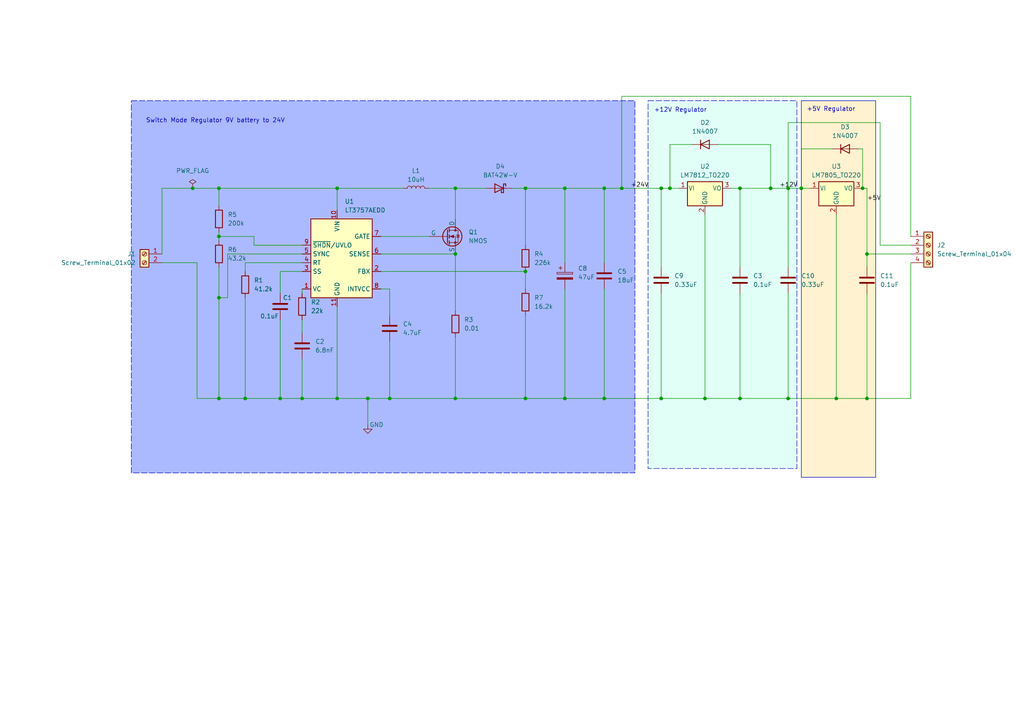
<source format=kicad_sch>
(kicad_sch
	(version 20231120)
	(generator "eeschema")
	(generator_version "8.0")
	(uuid "663dbf92-99f4-4a00-8421-a9a8d785b2f1")
	(paper "A4")
	(lib_symbols
		(symbol "Connector:Screw_Terminal_01x02"
			(pin_names
				(offset 1.016) hide)
			(exclude_from_sim no)
			(in_bom yes)
			(on_board yes)
			(property "Reference" "J"
				(at 0 2.54 0)
				(effects
					(font
						(size 1.27 1.27)
					)
				)
			)
			(property "Value" "Screw_Terminal_01x02"
				(at 0 -5.08 0)
				(effects
					(font
						(size 1.27 1.27)
					)
				)
			)
			(property "Footprint" ""
				(at 0 0 0)
				(effects
					(font
						(size 1.27 1.27)
					)
					(hide yes)
				)
			)
			(property "Datasheet" "~"
				(at 0 0 0)
				(effects
					(font
						(size 1.27 1.27)
					)
					(hide yes)
				)
			)
			(property "Description" "Generic screw terminal, single row, 01x02, script generated (kicad-library-utils/schlib/autogen/connector/)"
				(at 0 0 0)
				(effects
					(font
						(size 1.27 1.27)
					)
					(hide yes)
				)
			)
			(property "ki_keywords" "screw terminal"
				(at 0 0 0)
				(effects
					(font
						(size 1.27 1.27)
					)
					(hide yes)
				)
			)
			(property "ki_fp_filters" "TerminalBlock*:*"
				(at 0 0 0)
				(effects
					(font
						(size 1.27 1.27)
					)
					(hide yes)
				)
			)
			(symbol "Screw_Terminal_01x02_1_1"
				(rectangle
					(start -1.27 1.27)
					(end 1.27 -3.81)
					(stroke
						(width 0.254)
						(type default)
					)
					(fill
						(type background)
					)
				)
				(circle
					(center 0 -2.54)
					(radius 0.635)
					(stroke
						(width 0.1524)
						(type default)
					)
					(fill
						(type none)
					)
				)
				(polyline
					(pts
						(xy -0.5334 -2.2098) (xy 0.3302 -3.048)
					)
					(stroke
						(width 0.1524)
						(type default)
					)
					(fill
						(type none)
					)
				)
				(polyline
					(pts
						(xy -0.5334 0.3302) (xy 0.3302 -0.508)
					)
					(stroke
						(width 0.1524)
						(type default)
					)
					(fill
						(type none)
					)
				)
				(polyline
					(pts
						(xy -0.3556 -2.032) (xy 0.508 -2.8702)
					)
					(stroke
						(width 0.1524)
						(type default)
					)
					(fill
						(type none)
					)
				)
				(polyline
					(pts
						(xy -0.3556 0.508) (xy 0.508 -0.3302)
					)
					(stroke
						(width 0.1524)
						(type default)
					)
					(fill
						(type none)
					)
				)
				(circle
					(center 0 0)
					(radius 0.635)
					(stroke
						(width 0.1524)
						(type default)
					)
					(fill
						(type none)
					)
				)
				(pin passive line
					(at -5.08 0 0)
					(length 3.81)
					(name "Pin_1"
						(effects
							(font
								(size 1.27 1.27)
							)
						)
					)
					(number "1"
						(effects
							(font
								(size 1.27 1.27)
							)
						)
					)
				)
				(pin passive line
					(at -5.08 -2.54 0)
					(length 3.81)
					(name "Pin_2"
						(effects
							(font
								(size 1.27 1.27)
							)
						)
					)
					(number "2"
						(effects
							(font
								(size 1.27 1.27)
							)
						)
					)
				)
			)
		)
		(symbol "Connector:Screw_Terminal_01x04"
			(pin_names
				(offset 1.016) hide)
			(exclude_from_sim no)
			(in_bom yes)
			(on_board yes)
			(property "Reference" "J"
				(at 0 5.08 0)
				(effects
					(font
						(size 1.27 1.27)
					)
				)
			)
			(property "Value" "Screw_Terminal_01x04"
				(at 0 -7.62 0)
				(effects
					(font
						(size 1.27 1.27)
					)
				)
			)
			(property "Footprint" ""
				(at 0 0 0)
				(effects
					(font
						(size 1.27 1.27)
					)
					(hide yes)
				)
			)
			(property "Datasheet" "~"
				(at 0 0 0)
				(effects
					(font
						(size 1.27 1.27)
					)
					(hide yes)
				)
			)
			(property "Description" "Generic screw terminal, single row, 01x04, script generated (kicad-library-utils/schlib/autogen/connector/)"
				(at 0 0 0)
				(effects
					(font
						(size 1.27 1.27)
					)
					(hide yes)
				)
			)
			(property "ki_keywords" "screw terminal"
				(at 0 0 0)
				(effects
					(font
						(size 1.27 1.27)
					)
					(hide yes)
				)
			)
			(property "ki_fp_filters" "TerminalBlock*:*"
				(at 0 0 0)
				(effects
					(font
						(size 1.27 1.27)
					)
					(hide yes)
				)
			)
			(symbol "Screw_Terminal_01x04_1_1"
				(rectangle
					(start -1.27 3.81)
					(end 1.27 -6.35)
					(stroke
						(width 0.254)
						(type default)
					)
					(fill
						(type background)
					)
				)
				(circle
					(center 0 -5.08)
					(radius 0.635)
					(stroke
						(width 0.1524)
						(type default)
					)
					(fill
						(type none)
					)
				)
				(circle
					(center 0 -2.54)
					(radius 0.635)
					(stroke
						(width 0.1524)
						(type default)
					)
					(fill
						(type none)
					)
				)
				(polyline
					(pts
						(xy -0.5334 -4.7498) (xy 0.3302 -5.588)
					)
					(stroke
						(width 0.1524)
						(type default)
					)
					(fill
						(type none)
					)
				)
				(polyline
					(pts
						(xy -0.5334 -2.2098) (xy 0.3302 -3.048)
					)
					(stroke
						(width 0.1524)
						(type default)
					)
					(fill
						(type none)
					)
				)
				(polyline
					(pts
						(xy -0.5334 0.3302) (xy 0.3302 -0.508)
					)
					(stroke
						(width 0.1524)
						(type default)
					)
					(fill
						(type none)
					)
				)
				(polyline
					(pts
						(xy -0.5334 2.8702) (xy 0.3302 2.032)
					)
					(stroke
						(width 0.1524)
						(type default)
					)
					(fill
						(type none)
					)
				)
				(polyline
					(pts
						(xy -0.3556 -4.572) (xy 0.508 -5.4102)
					)
					(stroke
						(width 0.1524)
						(type default)
					)
					(fill
						(type none)
					)
				)
				(polyline
					(pts
						(xy -0.3556 -2.032) (xy 0.508 -2.8702)
					)
					(stroke
						(width 0.1524)
						(type default)
					)
					(fill
						(type none)
					)
				)
				(polyline
					(pts
						(xy -0.3556 0.508) (xy 0.508 -0.3302)
					)
					(stroke
						(width 0.1524)
						(type default)
					)
					(fill
						(type none)
					)
				)
				(polyline
					(pts
						(xy -0.3556 3.048) (xy 0.508 2.2098)
					)
					(stroke
						(width 0.1524)
						(type default)
					)
					(fill
						(type none)
					)
				)
				(circle
					(center 0 0)
					(radius 0.635)
					(stroke
						(width 0.1524)
						(type default)
					)
					(fill
						(type none)
					)
				)
				(circle
					(center 0 2.54)
					(radius 0.635)
					(stroke
						(width 0.1524)
						(type default)
					)
					(fill
						(type none)
					)
				)
				(pin passive line
					(at -5.08 2.54 0)
					(length 3.81)
					(name "Pin_1"
						(effects
							(font
								(size 1.27 1.27)
							)
						)
					)
					(number "1"
						(effects
							(font
								(size 1.27 1.27)
							)
						)
					)
				)
				(pin passive line
					(at -5.08 0 0)
					(length 3.81)
					(name "Pin_2"
						(effects
							(font
								(size 1.27 1.27)
							)
						)
					)
					(number "2"
						(effects
							(font
								(size 1.27 1.27)
							)
						)
					)
				)
				(pin passive line
					(at -5.08 -2.54 0)
					(length 3.81)
					(name "Pin_3"
						(effects
							(font
								(size 1.27 1.27)
							)
						)
					)
					(number "3"
						(effects
							(font
								(size 1.27 1.27)
							)
						)
					)
				)
				(pin passive line
					(at -5.08 -5.08 0)
					(length 3.81)
					(name "Pin_4"
						(effects
							(font
								(size 1.27 1.27)
							)
						)
					)
					(number "4"
						(effects
							(font
								(size 1.27 1.27)
							)
						)
					)
				)
			)
		)
		(symbol "Device:C"
			(pin_numbers hide)
			(pin_names
				(offset 0.254)
			)
			(exclude_from_sim no)
			(in_bom yes)
			(on_board yes)
			(property "Reference" "C"
				(at 0.635 2.54 0)
				(effects
					(font
						(size 1.27 1.27)
					)
					(justify left)
				)
			)
			(property "Value" "C"
				(at 0.635 -2.54 0)
				(effects
					(font
						(size 1.27 1.27)
					)
					(justify left)
				)
			)
			(property "Footprint" ""
				(at 0.9652 -3.81 0)
				(effects
					(font
						(size 1.27 1.27)
					)
					(hide yes)
				)
			)
			(property "Datasheet" "~"
				(at 0 0 0)
				(effects
					(font
						(size 1.27 1.27)
					)
					(hide yes)
				)
			)
			(property "Description" "Unpolarized capacitor"
				(at 0 0 0)
				(effects
					(font
						(size 1.27 1.27)
					)
					(hide yes)
				)
			)
			(property "ki_keywords" "cap capacitor"
				(at 0 0 0)
				(effects
					(font
						(size 1.27 1.27)
					)
					(hide yes)
				)
			)
			(property "ki_fp_filters" "C_*"
				(at 0 0 0)
				(effects
					(font
						(size 1.27 1.27)
					)
					(hide yes)
				)
			)
			(symbol "C_0_1"
				(polyline
					(pts
						(xy -2.032 -0.762) (xy 2.032 -0.762)
					)
					(stroke
						(width 0.508)
						(type default)
					)
					(fill
						(type none)
					)
				)
				(polyline
					(pts
						(xy -2.032 0.762) (xy 2.032 0.762)
					)
					(stroke
						(width 0.508)
						(type default)
					)
					(fill
						(type none)
					)
				)
			)
			(symbol "C_1_1"
				(pin passive line
					(at 0 3.81 270)
					(length 2.794)
					(name "~"
						(effects
							(font
								(size 1.27 1.27)
							)
						)
					)
					(number "1"
						(effects
							(font
								(size 1.27 1.27)
							)
						)
					)
				)
				(pin passive line
					(at 0 -3.81 90)
					(length 2.794)
					(name "~"
						(effects
							(font
								(size 1.27 1.27)
							)
						)
					)
					(number "2"
						(effects
							(font
								(size 1.27 1.27)
							)
						)
					)
				)
			)
		)
		(symbol "Device:C_Polarized"
			(pin_numbers hide)
			(pin_names
				(offset 0.254)
			)
			(exclude_from_sim no)
			(in_bom yes)
			(on_board yes)
			(property "Reference" "C"
				(at 0.635 2.54 0)
				(effects
					(font
						(size 1.27 1.27)
					)
					(justify left)
				)
			)
			(property "Value" "C_Polarized"
				(at 0.635 -2.54 0)
				(effects
					(font
						(size 1.27 1.27)
					)
					(justify left)
				)
			)
			(property "Footprint" ""
				(at 0.9652 -3.81 0)
				(effects
					(font
						(size 1.27 1.27)
					)
					(hide yes)
				)
			)
			(property "Datasheet" "~"
				(at 0 0 0)
				(effects
					(font
						(size 1.27 1.27)
					)
					(hide yes)
				)
			)
			(property "Description" "Polarized capacitor"
				(at 0 0 0)
				(effects
					(font
						(size 1.27 1.27)
					)
					(hide yes)
				)
			)
			(property "ki_keywords" "cap capacitor"
				(at 0 0 0)
				(effects
					(font
						(size 1.27 1.27)
					)
					(hide yes)
				)
			)
			(property "ki_fp_filters" "CP_*"
				(at 0 0 0)
				(effects
					(font
						(size 1.27 1.27)
					)
					(hide yes)
				)
			)
			(symbol "C_Polarized_0_1"
				(rectangle
					(start -2.286 0.508)
					(end 2.286 1.016)
					(stroke
						(width 0)
						(type default)
					)
					(fill
						(type none)
					)
				)
				(polyline
					(pts
						(xy -1.778 2.286) (xy -0.762 2.286)
					)
					(stroke
						(width 0)
						(type default)
					)
					(fill
						(type none)
					)
				)
				(polyline
					(pts
						(xy -1.27 2.794) (xy -1.27 1.778)
					)
					(stroke
						(width 0)
						(type default)
					)
					(fill
						(type none)
					)
				)
				(rectangle
					(start 2.286 -0.508)
					(end -2.286 -1.016)
					(stroke
						(width 0)
						(type default)
					)
					(fill
						(type outline)
					)
				)
			)
			(symbol "C_Polarized_1_1"
				(pin passive line
					(at 0 3.81 270)
					(length 2.794)
					(name "~"
						(effects
							(font
								(size 1.27 1.27)
							)
						)
					)
					(number "1"
						(effects
							(font
								(size 1.27 1.27)
							)
						)
					)
				)
				(pin passive line
					(at 0 -3.81 90)
					(length 2.794)
					(name "~"
						(effects
							(font
								(size 1.27 1.27)
							)
						)
					)
					(number "2"
						(effects
							(font
								(size 1.27 1.27)
							)
						)
					)
				)
			)
		)
		(symbol "Device:L"
			(pin_numbers hide)
			(pin_names
				(offset 1.016) hide)
			(exclude_from_sim no)
			(in_bom yes)
			(on_board yes)
			(property "Reference" "L"
				(at -1.27 0 90)
				(effects
					(font
						(size 1.27 1.27)
					)
				)
			)
			(property "Value" "L"
				(at 1.905 0 90)
				(effects
					(font
						(size 1.27 1.27)
					)
				)
			)
			(property "Footprint" ""
				(at 0 0 0)
				(effects
					(font
						(size 1.27 1.27)
					)
					(hide yes)
				)
			)
			(property "Datasheet" "~"
				(at 0 0 0)
				(effects
					(font
						(size 1.27 1.27)
					)
					(hide yes)
				)
			)
			(property "Description" "Inductor"
				(at 0 0 0)
				(effects
					(font
						(size 1.27 1.27)
					)
					(hide yes)
				)
			)
			(property "ki_keywords" "inductor choke coil reactor magnetic"
				(at 0 0 0)
				(effects
					(font
						(size 1.27 1.27)
					)
					(hide yes)
				)
			)
			(property "ki_fp_filters" "Choke_* *Coil* Inductor_* L_*"
				(at 0 0 0)
				(effects
					(font
						(size 1.27 1.27)
					)
					(hide yes)
				)
			)
			(symbol "L_0_1"
				(arc
					(start 0 -2.54)
					(mid 0.6323 -1.905)
					(end 0 -1.27)
					(stroke
						(width 0)
						(type default)
					)
					(fill
						(type none)
					)
				)
				(arc
					(start 0 -1.27)
					(mid 0.6323 -0.635)
					(end 0 0)
					(stroke
						(width 0)
						(type default)
					)
					(fill
						(type none)
					)
				)
				(arc
					(start 0 0)
					(mid 0.6323 0.635)
					(end 0 1.27)
					(stroke
						(width 0)
						(type default)
					)
					(fill
						(type none)
					)
				)
				(arc
					(start 0 1.27)
					(mid 0.6323 1.905)
					(end 0 2.54)
					(stroke
						(width 0)
						(type default)
					)
					(fill
						(type none)
					)
				)
			)
			(symbol "L_1_1"
				(pin passive line
					(at 0 3.81 270)
					(length 1.27)
					(name "1"
						(effects
							(font
								(size 1.27 1.27)
							)
						)
					)
					(number "1"
						(effects
							(font
								(size 1.27 1.27)
							)
						)
					)
				)
				(pin passive line
					(at 0 -3.81 90)
					(length 1.27)
					(name "2"
						(effects
							(font
								(size 1.27 1.27)
							)
						)
					)
					(number "2"
						(effects
							(font
								(size 1.27 1.27)
							)
						)
					)
				)
			)
		)
		(symbol "Device:R"
			(pin_numbers hide)
			(pin_names
				(offset 0)
			)
			(exclude_from_sim no)
			(in_bom yes)
			(on_board yes)
			(property "Reference" "R"
				(at 2.032 0 90)
				(effects
					(font
						(size 1.27 1.27)
					)
				)
			)
			(property "Value" "R"
				(at 0 0 90)
				(effects
					(font
						(size 1.27 1.27)
					)
				)
			)
			(property "Footprint" ""
				(at -1.778 0 90)
				(effects
					(font
						(size 1.27 1.27)
					)
					(hide yes)
				)
			)
			(property "Datasheet" "~"
				(at 0 0 0)
				(effects
					(font
						(size 1.27 1.27)
					)
					(hide yes)
				)
			)
			(property "Description" "Resistor"
				(at 0 0 0)
				(effects
					(font
						(size 1.27 1.27)
					)
					(hide yes)
				)
			)
			(property "ki_keywords" "R res resistor"
				(at 0 0 0)
				(effects
					(font
						(size 1.27 1.27)
					)
					(hide yes)
				)
			)
			(property "ki_fp_filters" "R_*"
				(at 0 0 0)
				(effects
					(font
						(size 1.27 1.27)
					)
					(hide yes)
				)
			)
			(symbol "R_0_1"
				(rectangle
					(start -1.016 -2.54)
					(end 1.016 2.54)
					(stroke
						(width 0.254)
						(type default)
					)
					(fill
						(type none)
					)
				)
			)
			(symbol "R_1_1"
				(pin passive line
					(at 0 3.81 270)
					(length 1.27)
					(name "~"
						(effects
							(font
								(size 1.27 1.27)
							)
						)
					)
					(number "1"
						(effects
							(font
								(size 1.27 1.27)
							)
						)
					)
				)
				(pin passive line
					(at 0 -3.81 90)
					(length 1.27)
					(name "~"
						(effects
							(font
								(size 1.27 1.27)
							)
						)
					)
					(number "2"
						(effects
							(font
								(size 1.27 1.27)
							)
						)
					)
				)
			)
		)
		(symbol "Diode:1N4007"
			(pin_numbers hide)
			(pin_names hide)
			(exclude_from_sim no)
			(in_bom yes)
			(on_board yes)
			(property "Reference" "D"
				(at 0 2.54 0)
				(effects
					(font
						(size 1.27 1.27)
					)
				)
			)
			(property "Value" "1N4007"
				(at 0 -2.54 0)
				(effects
					(font
						(size 1.27 1.27)
					)
				)
			)
			(property "Footprint" "Diode_THT:D_DO-41_SOD81_P10.16mm_Horizontal"
				(at 0 -4.445 0)
				(effects
					(font
						(size 1.27 1.27)
					)
					(hide yes)
				)
			)
			(property "Datasheet" "http://www.vishay.com/docs/88503/1n4001.pdf"
				(at 0 0 0)
				(effects
					(font
						(size 1.27 1.27)
					)
					(hide yes)
				)
			)
			(property "Description" "1000V 1A General Purpose Rectifier Diode, DO-41"
				(at 0 0 0)
				(effects
					(font
						(size 1.27 1.27)
					)
					(hide yes)
				)
			)
			(property "Sim.Device" "D"
				(at 0 0 0)
				(effects
					(font
						(size 1.27 1.27)
					)
					(hide yes)
				)
			)
			(property "Sim.Pins" "1=K 2=A"
				(at 0 0 0)
				(effects
					(font
						(size 1.27 1.27)
					)
					(hide yes)
				)
			)
			(property "ki_keywords" "diode"
				(at 0 0 0)
				(effects
					(font
						(size 1.27 1.27)
					)
					(hide yes)
				)
			)
			(property "ki_fp_filters" "D*DO?41*"
				(at 0 0 0)
				(effects
					(font
						(size 1.27 1.27)
					)
					(hide yes)
				)
			)
			(symbol "1N4007_0_1"
				(polyline
					(pts
						(xy -1.27 1.27) (xy -1.27 -1.27)
					)
					(stroke
						(width 0.254)
						(type default)
					)
					(fill
						(type none)
					)
				)
				(polyline
					(pts
						(xy 1.27 0) (xy -1.27 0)
					)
					(stroke
						(width 0)
						(type default)
					)
					(fill
						(type none)
					)
				)
				(polyline
					(pts
						(xy 1.27 1.27) (xy 1.27 -1.27) (xy -1.27 0) (xy 1.27 1.27)
					)
					(stroke
						(width 0.254)
						(type default)
					)
					(fill
						(type none)
					)
				)
			)
			(symbol "1N4007_1_1"
				(pin passive line
					(at -3.81 0 0)
					(length 2.54)
					(name "K"
						(effects
							(font
								(size 1.27 1.27)
							)
						)
					)
					(number "1"
						(effects
							(font
								(size 1.27 1.27)
							)
						)
					)
				)
				(pin passive line
					(at 3.81 0 180)
					(length 2.54)
					(name "A"
						(effects
							(font
								(size 1.27 1.27)
							)
						)
					)
					(number "2"
						(effects
							(font
								(size 1.27 1.27)
							)
						)
					)
				)
			)
		)
		(symbol "Diode:BAT42W-V"
			(pin_numbers hide)
			(pin_names
				(offset 1.016) hide)
			(exclude_from_sim no)
			(in_bom yes)
			(on_board yes)
			(property "Reference" "D"
				(at 0 2.54 0)
				(effects
					(font
						(size 1.27 1.27)
					)
				)
			)
			(property "Value" "BAT42W-V"
				(at 0 -2.54 0)
				(effects
					(font
						(size 1.27 1.27)
					)
				)
			)
			(property "Footprint" "Diode_SMD:D_SOD-123"
				(at 0 -4.445 0)
				(effects
					(font
						(size 1.27 1.27)
					)
					(hide yes)
				)
			)
			(property "Datasheet" "http://www.vishay.com/docs/85660/bat42.pdf"
				(at 0 0 0)
				(effects
					(font
						(size 1.27 1.27)
					)
					(hide yes)
				)
			)
			(property "Description" "30V 0.2A Small Signal Schottky diode, SOD-123"
				(at 0 0 0)
				(effects
					(font
						(size 1.27 1.27)
					)
					(hide yes)
				)
			)
			(property "ki_keywords" "diode Schottky"
				(at 0 0 0)
				(effects
					(font
						(size 1.27 1.27)
					)
					(hide yes)
				)
			)
			(property "ki_fp_filters" "D*SOD?123*"
				(at 0 0 0)
				(effects
					(font
						(size 1.27 1.27)
					)
					(hide yes)
				)
			)
			(symbol "BAT42W-V_0_1"
				(polyline
					(pts
						(xy 1.27 0) (xy -1.27 0)
					)
					(stroke
						(width 0)
						(type default)
					)
					(fill
						(type none)
					)
				)
				(polyline
					(pts
						(xy 1.27 1.27) (xy 1.27 -1.27) (xy -1.27 0) (xy 1.27 1.27)
					)
					(stroke
						(width 0.254)
						(type default)
					)
					(fill
						(type none)
					)
				)
				(polyline
					(pts
						(xy -1.905 0.635) (xy -1.905 1.27) (xy -1.27 1.27) (xy -1.27 -1.27) (xy -0.635 -1.27) (xy -0.635 -0.635)
					)
					(stroke
						(width 0.254)
						(type default)
					)
					(fill
						(type none)
					)
				)
			)
			(symbol "BAT42W-V_1_1"
				(pin passive line
					(at -3.81 0 0)
					(length 2.54)
					(name "K"
						(effects
							(font
								(size 1.27 1.27)
							)
						)
					)
					(number "1"
						(effects
							(font
								(size 1.27 1.27)
							)
						)
					)
				)
				(pin passive line
					(at 3.81 0 180)
					(length 2.54)
					(name "A"
						(effects
							(font
								(size 1.27 1.27)
							)
						)
					)
					(number "2"
						(effects
							(font
								(size 1.27 1.27)
							)
						)
					)
				)
			)
		)
		(symbol "Regulator_Linear:LM7805_TO220"
			(pin_names
				(offset 0.254)
			)
			(exclude_from_sim no)
			(in_bom yes)
			(on_board yes)
			(property "Reference" "U"
				(at -3.81 3.175 0)
				(effects
					(font
						(size 1.27 1.27)
					)
				)
			)
			(property "Value" "LM7805_TO220"
				(at 0 3.175 0)
				(effects
					(font
						(size 1.27 1.27)
					)
					(justify left)
				)
			)
			(property "Footprint" "Package_TO_SOT_THT:TO-220-3_Vertical"
				(at 0 5.715 0)
				(effects
					(font
						(size 1.27 1.27)
						(italic yes)
					)
					(hide yes)
				)
			)
			(property "Datasheet" "https://www.onsemi.cn/PowerSolutions/document/MC7800-D.PDF"
				(at 0 -1.27 0)
				(effects
					(font
						(size 1.27 1.27)
					)
					(hide yes)
				)
			)
			(property "Description" "Positive 1A 35V Linear Regulator, Fixed Output 5V, TO-220"
				(at 0 0 0)
				(effects
					(font
						(size 1.27 1.27)
					)
					(hide yes)
				)
			)
			(property "ki_keywords" "Voltage Regulator 1A Positive"
				(at 0 0 0)
				(effects
					(font
						(size 1.27 1.27)
					)
					(hide yes)
				)
			)
			(property "ki_fp_filters" "TO?220*"
				(at 0 0 0)
				(effects
					(font
						(size 1.27 1.27)
					)
					(hide yes)
				)
			)
			(symbol "LM7805_TO220_0_1"
				(rectangle
					(start -5.08 1.905)
					(end 5.08 -5.08)
					(stroke
						(width 0.254)
						(type default)
					)
					(fill
						(type background)
					)
				)
			)
			(symbol "LM7805_TO220_1_1"
				(pin power_in line
					(at -7.62 0 0)
					(length 2.54)
					(name "VI"
						(effects
							(font
								(size 1.27 1.27)
							)
						)
					)
					(number "1"
						(effects
							(font
								(size 1.27 1.27)
							)
						)
					)
				)
				(pin power_in line
					(at 0 -7.62 90)
					(length 2.54)
					(name "GND"
						(effects
							(font
								(size 1.27 1.27)
							)
						)
					)
					(number "2"
						(effects
							(font
								(size 1.27 1.27)
							)
						)
					)
				)
				(pin power_out line
					(at 7.62 0 180)
					(length 2.54)
					(name "VO"
						(effects
							(font
								(size 1.27 1.27)
							)
						)
					)
					(number "3"
						(effects
							(font
								(size 1.27 1.27)
							)
						)
					)
				)
			)
		)
		(symbol "Regulator_Linear:LM7812_TO220"
			(pin_names
				(offset 0.254)
			)
			(exclude_from_sim no)
			(in_bom yes)
			(on_board yes)
			(property "Reference" "U"
				(at -3.81 3.175 0)
				(effects
					(font
						(size 1.27 1.27)
					)
				)
			)
			(property "Value" "LM7812_TO220"
				(at 0 3.175 0)
				(effects
					(font
						(size 1.27 1.27)
					)
					(justify left)
				)
			)
			(property "Footprint" "Package_TO_SOT_THT:TO-220-3_Vertical"
				(at 0 5.715 0)
				(effects
					(font
						(size 1.27 1.27)
						(italic yes)
					)
					(hide yes)
				)
			)
			(property "Datasheet" "https://www.onsemi.cn/PowerSolutions/document/MC7800-D.PDF"
				(at 0 -1.27 0)
				(effects
					(font
						(size 1.27 1.27)
					)
					(hide yes)
				)
			)
			(property "Description" "Positive 1A 35V Linear Regulator, Fixed Output 12V, TO-220"
				(at 0 0 0)
				(effects
					(font
						(size 1.27 1.27)
					)
					(hide yes)
				)
			)
			(property "ki_keywords" "Voltage Regulator 1A Positive"
				(at 0 0 0)
				(effects
					(font
						(size 1.27 1.27)
					)
					(hide yes)
				)
			)
			(property "ki_fp_filters" "TO?220*"
				(at 0 0 0)
				(effects
					(font
						(size 1.27 1.27)
					)
					(hide yes)
				)
			)
			(symbol "LM7812_TO220_0_1"
				(rectangle
					(start -5.08 1.905)
					(end 5.08 -5.08)
					(stroke
						(width 0.254)
						(type default)
					)
					(fill
						(type background)
					)
				)
			)
			(symbol "LM7812_TO220_1_1"
				(pin power_in line
					(at -7.62 0 0)
					(length 2.54)
					(name "VI"
						(effects
							(font
								(size 1.27 1.27)
							)
						)
					)
					(number "1"
						(effects
							(font
								(size 1.27 1.27)
							)
						)
					)
				)
				(pin power_in line
					(at 0 -7.62 90)
					(length 2.54)
					(name "GND"
						(effects
							(font
								(size 1.27 1.27)
							)
						)
					)
					(number "2"
						(effects
							(font
								(size 1.27 1.27)
							)
						)
					)
				)
				(pin power_out line
					(at 7.62 0 180)
					(length 2.54)
					(name "VO"
						(effects
							(font
								(size 1.27 1.27)
							)
						)
					)
					(number "3"
						(effects
							(font
								(size 1.27 1.27)
							)
						)
					)
				)
			)
		)
		(symbol "Regulator_Switching:LT3757AEDD"
			(exclude_from_sim no)
			(in_bom yes)
			(on_board yes)
			(property "Reference" "U"
				(at -6.35 11.43 0)
				(effects
					(font
						(size 1.27 1.27)
					)
				)
			)
			(property "Value" "LT3757AEDD"
				(at 1.27 11.43 0)
				(effects
					(font
						(size 1.27 1.27)
					)
					(justify left)
				)
			)
			(property "Footprint" "Package_DFN_QFN:DFN-10-1EP_3x3mm_P0.5mm_EP1.55x2.48mm"
				(at 1.27 -13.97 0)
				(effects
					(font
						(size 1.27 1.27)
					)
					(justify left)
					(hide yes)
				)
			)
			(property "Datasheet" "https://www.analog.com/media/en/technical-documentation/data-sheets/3757Afe.pdf"
				(at 0 0 0)
				(effects
					(font
						(size 1.27 1.27)
					)
					(hide yes)
				)
			)
			(property "Description" "Boost, flyback, SEPIC and inverting regulator, improved load transient performance, DFN-10"
				(at 0 0 0)
				(effects
					(font
						(size 1.27 1.27)
					)
					(hide yes)
				)
			)
			(property "ki_keywords" "Boost flyback SEPIC inverting DC/DC regulator"
				(at 0 0 0)
				(effects
					(font
						(size 1.27 1.27)
					)
					(hide yes)
				)
			)
			(property "ki_fp_filters" "DFN*EP*3x3mm*P0.5mm*"
				(at 0 0 0)
				(effects
					(font
						(size 1.27 1.27)
					)
					(hide yes)
				)
			)
			(symbol "LT3757AEDD_0_1"
				(rectangle
					(start -7.62 10.16)
					(end 10.16 -12.7)
					(stroke
						(width 0.254)
						(type default)
					)
					(fill
						(type background)
					)
				)
			)
			(symbol "LT3757AEDD_1_1"
				(pin input line
					(at -10.16 -10.16 0)
					(length 2.54)
					(name "VC"
						(effects
							(font
								(size 1.27 1.27)
							)
						)
					)
					(number "1"
						(effects
							(font
								(size 1.27 1.27)
							)
						)
					)
				)
				(pin power_in line
					(at 0 12.7 270)
					(length 2.54)
					(name "VIN"
						(effects
							(font
								(size 1.27 1.27)
							)
						)
					)
					(number "10"
						(effects
							(font
								(size 1.27 1.27)
							)
						)
					)
				)
				(pin power_in line
					(at 0 -15.24 90)
					(length 2.54)
					(name "GND"
						(effects
							(font
								(size 1.27 1.27)
							)
						)
					)
					(number "11"
						(effects
							(font
								(size 1.27 1.27)
							)
						)
					)
				)
				(pin input line
					(at 12.7 -5.08 180)
					(length 2.54)
					(name "FBX"
						(effects
							(font
								(size 1.27 1.27)
							)
						)
					)
					(number "2"
						(effects
							(font
								(size 1.27 1.27)
							)
						)
					)
				)
				(pin input line
					(at -10.16 -5.08 0)
					(length 2.54)
					(name "SS"
						(effects
							(font
								(size 1.27 1.27)
							)
						)
					)
					(number "3"
						(effects
							(font
								(size 1.27 1.27)
							)
						)
					)
				)
				(pin input line
					(at -10.16 -2.54 0)
					(length 2.54)
					(name "RT"
						(effects
							(font
								(size 1.27 1.27)
							)
						)
					)
					(number "4"
						(effects
							(font
								(size 1.27 1.27)
							)
						)
					)
				)
				(pin input line
					(at -10.16 0 0)
					(length 2.54)
					(name "SYNC"
						(effects
							(font
								(size 1.27 1.27)
							)
						)
					)
					(number "5"
						(effects
							(font
								(size 1.27 1.27)
							)
						)
					)
				)
				(pin input line
					(at 12.7 0 180)
					(length 2.54)
					(name "SENSE"
						(effects
							(font
								(size 1.27 1.27)
							)
						)
					)
					(number "6"
						(effects
							(font
								(size 1.27 1.27)
							)
						)
					)
				)
				(pin output line
					(at 12.7 5.08 180)
					(length 2.54)
					(name "GATE"
						(effects
							(font
								(size 1.27 1.27)
							)
						)
					)
					(number "7"
						(effects
							(font
								(size 1.27 1.27)
							)
						)
					)
				)
				(pin output line
					(at 12.7 -10.16 180)
					(length 2.54)
					(name "INTVCC"
						(effects
							(font
								(size 1.27 1.27)
							)
						)
					)
					(number "8"
						(effects
							(font
								(size 1.27 1.27)
							)
						)
					)
				)
				(pin input line
					(at -10.16 2.54 0)
					(length 2.54)
					(name "~{SHDN}/UVLO"
						(effects
							(font
								(size 1.27 1.27)
							)
						)
					)
					(number "9"
						(effects
							(font
								(size 1.27 1.27)
							)
						)
					)
				)
			)
		)
		(symbol "Simulation_SPICE:NMOS"
			(pin_numbers hide)
			(pin_names
				(offset 0)
			)
			(exclude_from_sim no)
			(in_bom yes)
			(on_board yes)
			(property "Reference" "Q"
				(at 5.08 1.27 0)
				(effects
					(font
						(size 1.27 1.27)
					)
					(justify left)
				)
			)
			(property "Value" "NMOS"
				(at 5.08 -1.27 0)
				(effects
					(font
						(size 1.27 1.27)
					)
					(justify left)
				)
			)
			(property "Footprint" ""
				(at 5.08 2.54 0)
				(effects
					(font
						(size 1.27 1.27)
					)
					(hide yes)
				)
			)
			(property "Datasheet" "https://ngspice.sourceforge.io/docs/ngspice-html-manual/manual.xhtml#cha_MOSFETs"
				(at 0 -12.7 0)
				(effects
					(font
						(size 1.27 1.27)
					)
					(hide yes)
				)
			)
			(property "Description" "N-MOSFET transistor, drain/source/gate"
				(at 0 0 0)
				(effects
					(font
						(size 1.27 1.27)
					)
					(hide yes)
				)
			)
			(property "Sim.Device" "NMOS"
				(at 0 -17.145 0)
				(effects
					(font
						(size 1.27 1.27)
					)
					(hide yes)
				)
			)
			(property "Sim.Type" "VDMOS"
				(at 0 -19.05 0)
				(effects
					(font
						(size 1.27 1.27)
					)
					(hide yes)
				)
			)
			(property "Sim.Pins" "1=D 2=G 3=S"
				(at 0 -15.24 0)
				(effects
					(font
						(size 1.27 1.27)
					)
					(hide yes)
				)
			)
			(property "ki_keywords" "transistor NMOS N-MOS N-MOSFET simulation"
				(at 0 0 0)
				(effects
					(font
						(size 1.27 1.27)
					)
					(hide yes)
				)
			)
			(symbol "NMOS_0_1"
				(polyline
					(pts
						(xy 0.254 0) (xy -2.54 0)
					)
					(stroke
						(width 0)
						(type default)
					)
					(fill
						(type none)
					)
				)
				(polyline
					(pts
						(xy 0.254 1.905) (xy 0.254 -1.905)
					)
					(stroke
						(width 0.254)
						(type default)
					)
					(fill
						(type none)
					)
				)
				(polyline
					(pts
						(xy 0.762 -1.27) (xy 0.762 -2.286)
					)
					(stroke
						(width 0.254)
						(type default)
					)
					(fill
						(type none)
					)
				)
				(polyline
					(pts
						(xy 0.762 0.508) (xy 0.762 -0.508)
					)
					(stroke
						(width 0.254)
						(type default)
					)
					(fill
						(type none)
					)
				)
				(polyline
					(pts
						(xy 0.762 2.286) (xy 0.762 1.27)
					)
					(stroke
						(width 0.254)
						(type default)
					)
					(fill
						(type none)
					)
				)
				(polyline
					(pts
						(xy 2.54 2.54) (xy 2.54 1.778)
					)
					(stroke
						(width 0)
						(type default)
					)
					(fill
						(type none)
					)
				)
				(polyline
					(pts
						(xy 2.54 -2.54) (xy 2.54 0) (xy 0.762 0)
					)
					(stroke
						(width 0)
						(type default)
					)
					(fill
						(type none)
					)
				)
				(polyline
					(pts
						(xy 0.762 -1.778) (xy 3.302 -1.778) (xy 3.302 1.778) (xy 0.762 1.778)
					)
					(stroke
						(width 0)
						(type default)
					)
					(fill
						(type none)
					)
				)
				(polyline
					(pts
						(xy 1.016 0) (xy 2.032 0.381) (xy 2.032 -0.381) (xy 1.016 0)
					)
					(stroke
						(width 0)
						(type default)
					)
					(fill
						(type outline)
					)
				)
				(polyline
					(pts
						(xy 2.794 0.508) (xy 2.921 0.381) (xy 3.683 0.381) (xy 3.81 0.254)
					)
					(stroke
						(width 0)
						(type default)
					)
					(fill
						(type none)
					)
				)
				(polyline
					(pts
						(xy 3.302 0.381) (xy 2.921 -0.254) (xy 3.683 -0.254) (xy 3.302 0.381)
					)
					(stroke
						(width 0)
						(type default)
					)
					(fill
						(type none)
					)
				)
				(circle
					(center 1.651 0)
					(radius 2.794)
					(stroke
						(width 0.254)
						(type default)
					)
					(fill
						(type none)
					)
				)
				(circle
					(center 2.54 -1.778)
					(radius 0.254)
					(stroke
						(width 0)
						(type default)
					)
					(fill
						(type outline)
					)
				)
				(circle
					(center 2.54 1.778)
					(radius 0.254)
					(stroke
						(width 0)
						(type default)
					)
					(fill
						(type outline)
					)
				)
			)
			(symbol "NMOS_1_1"
				(pin passive line
					(at 2.54 5.08 270)
					(length 2.54)
					(name "D"
						(effects
							(font
								(size 1.27 1.27)
							)
						)
					)
					(number "1"
						(effects
							(font
								(size 1.27 1.27)
							)
						)
					)
				)
				(pin input line
					(at -5.08 0 0)
					(length 2.54)
					(name "G"
						(effects
							(font
								(size 1.27 1.27)
							)
						)
					)
					(number "2"
						(effects
							(font
								(size 1.27 1.27)
							)
						)
					)
				)
				(pin passive line
					(at 2.54 -5.08 90)
					(length 2.54)
					(name "S"
						(effects
							(font
								(size 1.27 1.27)
							)
						)
					)
					(number "3"
						(effects
							(font
								(size 1.27 1.27)
							)
						)
					)
				)
			)
		)
		(symbol "power:GND"
			(power)
			(pin_numbers hide)
			(pin_names
				(offset 0) hide)
			(exclude_from_sim no)
			(in_bom yes)
			(on_board yes)
			(property "Reference" "#PWR"
				(at 0 -6.35 0)
				(effects
					(font
						(size 1.27 1.27)
					)
					(hide yes)
				)
			)
			(property "Value" "GND"
				(at 0 -3.81 0)
				(effects
					(font
						(size 1.27 1.27)
					)
				)
			)
			(property "Footprint" ""
				(at 0 0 0)
				(effects
					(font
						(size 1.27 1.27)
					)
					(hide yes)
				)
			)
			(property "Datasheet" ""
				(at 0 0 0)
				(effects
					(font
						(size 1.27 1.27)
					)
					(hide yes)
				)
			)
			(property "Description" "Power symbol creates a global label with name \"GND\" , ground"
				(at 0 0 0)
				(effects
					(font
						(size 1.27 1.27)
					)
					(hide yes)
				)
			)
			(property "ki_keywords" "global power"
				(at 0 0 0)
				(effects
					(font
						(size 1.27 1.27)
					)
					(hide yes)
				)
			)
			(symbol "GND_0_1"
				(polyline
					(pts
						(xy 0 0) (xy 0 -1.27) (xy 1.27 -1.27) (xy 0 -2.54) (xy -1.27 -1.27) (xy 0 -1.27)
					)
					(stroke
						(width 0)
						(type default)
					)
					(fill
						(type none)
					)
				)
			)
			(symbol "GND_1_1"
				(pin power_in line
					(at 0 0 270)
					(length 0)
					(name "~"
						(effects
							(font
								(size 1.27 1.27)
							)
						)
					)
					(number "1"
						(effects
							(font
								(size 1.27 1.27)
							)
						)
					)
				)
			)
		)
		(symbol "power:PWR_FLAG"
			(power)
			(pin_numbers hide)
			(pin_names
				(offset 0) hide)
			(exclude_from_sim no)
			(in_bom yes)
			(on_board yes)
			(property "Reference" "#FLG"
				(at 0 1.905 0)
				(effects
					(font
						(size 1.27 1.27)
					)
					(hide yes)
				)
			)
			(property "Value" "PWR_FLAG"
				(at 0 3.81 0)
				(effects
					(font
						(size 1.27 1.27)
					)
				)
			)
			(property "Footprint" ""
				(at 0 0 0)
				(effects
					(font
						(size 1.27 1.27)
					)
					(hide yes)
				)
			)
			(property "Datasheet" "~"
				(at 0 0 0)
				(effects
					(font
						(size 1.27 1.27)
					)
					(hide yes)
				)
			)
			(property "Description" "Special symbol for telling ERC where power comes from"
				(at 0 0 0)
				(effects
					(font
						(size 1.27 1.27)
					)
					(hide yes)
				)
			)
			(property "ki_keywords" "flag power"
				(at 0 0 0)
				(effects
					(font
						(size 1.27 1.27)
					)
					(hide yes)
				)
			)
			(symbol "PWR_FLAG_0_0"
				(pin power_out line
					(at 0 0 90)
					(length 0)
					(name "~"
						(effects
							(font
								(size 1.27 1.27)
							)
						)
					)
					(number "1"
						(effects
							(font
								(size 1.27 1.27)
							)
						)
					)
				)
			)
			(symbol "PWR_FLAG_0_1"
				(polyline
					(pts
						(xy 0 0) (xy 0 1.27) (xy -1.016 1.905) (xy 0 2.54) (xy 1.016 1.905) (xy 0 1.27)
					)
					(stroke
						(width 0)
						(type default)
					)
					(fill
						(type none)
					)
				)
			)
		)
	)
	(junction
		(at 214.63 115.57)
		(diameter 0)
		(color 0 0 0 0)
		(uuid "0ffda4f3-0636-476e-bc5b-dace47969816")
	)
	(junction
		(at 113.03 115.57)
		(diameter 0)
		(color 0 0 0 0)
		(uuid "190d4ad4-5700-4bf3-9569-1eb365328fe7")
	)
	(junction
		(at 163.83 115.57)
		(diameter 0)
		(color 0 0 0 0)
		(uuid "1e5b34f9-2d47-4807-8466-bdb9a7790558")
	)
	(junction
		(at 163.83 54.61)
		(diameter 0)
		(color 0 0 0 0)
		(uuid "230e0b45-d96e-404d-ae62-6aa03ff63684")
	)
	(junction
		(at 175.26 115.57)
		(diameter 0)
		(color 0 0 0 0)
		(uuid "2539a70b-5fa2-4b47-941c-826aaaeec2aa")
	)
	(junction
		(at 55.88 54.61)
		(diameter 0)
		(color 0 0 0 0)
		(uuid "29e2b387-cad8-44f9-9d75-496fb5797d3c")
	)
	(junction
		(at 152.4 115.57)
		(diameter 0)
		(color 0 0 0 0)
		(uuid "2aa62e1e-caa9-4bed-945f-a86de0eba17c")
	)
	(junction
		(at 63.5 68.58)
		(diameter 0)
		(color 0 0 0 0)
		(uuid "2f7913b0-be5b-4a91-bf94-393260080971")
	)
	(junction
		(at 242.57 115.57)
		(diameter 0)
		(color 0 0 0 0)
		(uuid "31f30524-0425-421c-affe-2061b6da8ae5")
	)
	(junction
		(at 251.46 115.57)
		(diameter 0)
		(color 0 0 0 0)
		(uuid "32a1d7c0-12c3-4450-8846-8b6f7f6b1c7f")
	)
	(junction
		(at 81.28 115.57)
		(diameter 0)
		(color 0 0 0 0)
		(uuid "35e3455e-9aec-4ae2-99ed-dee8731e6a7b")
	)
	(junction
		(at 63.5 115.57)
		(diameter 0)
		(color 0 0 0 0)
		(uuid "35e9f622-a48b-47ba-8fac-edb81cf86589")
	)
	(junction
		(at 191.77 54.61)
		(diameter 0)
		(color 0 0 0 0)
		(uuid "3796f411-5ef2-48cd-b65d-e4acd6e9c4d1")
	)
	(junction
		(at 71.12 115.57)
		(diameter 0)
		(color 0 0 0 0)
		(uuid "43c89bef-ffa8-474c-873f-4bcb37934bbd")
	)
	(junction
		(at 180.34 54.61)
		(diameter 0)
		(color 0 0 0 0)
		(uuid "45cad976-21b9-4b7f-85a2-6f9055e372e5")
	)
	(junction
		(at 194.31 54.61)
		(diameter 0)
		(color 0 0 0 0)
		(uuid "4d133dee-c99b-41d8-88ce-3d0397cf9210")
	)
	(junction
		(at 97.79 54.61)
		(diameter 0)
		(color 0 0 0 0)
		(uuid "50794c90-5981-4aeb-95fb-92b3b874cda8")
	)
	(junction
		(at 214.63 54.61)
		(diameter 0)
		(color 0 0 0 0)
		(uuid "569cc716-b740-4861-aa43-42f1afac7277")
	)
	(junction
		(at 228.6 115.57)
		(diameter 0)
		(color 0 0 0 0)
		(uuid "5958821b-9819-4ba7-8af3-e5c54d1848fb")
	)
	(junction
		(at 97.79 115.57)
		(diameter 0)
		(color 0 0 0 0)
		(uuid "6cba2a30-3ceb-4b84-8e81-a67c13fab36c")
	)
	(junction
		(at 106.68 115.57)
		(diameter 0)
		(color 0 0 0 0)
		(uuid "6e6928f1-a1b7-4008-ae79-b4f0edaaa6e2")
	)
	(junction
		(at 204.47 115.57)
		(diameter 0)
		(color 0 0 0 0)
		(uuid "7211522b-e0fc-42d7-b925-b5c552667500")
	)
	(junction
		(at 228.6 54.61)
		(diameter 0)
		(color 0 0 0 0)
		(uuid "825d1f26-039d-4700-9358-c4fc43f9968e")
	)
	(junction
		(at 191.77 115.57)
		(diameter 0)
		(color 0 0 0 0)
		(uuid "87897b61-4d7e-460b-8969-2bd366526ae5")
	)
	(junction
		(at 175.26 54.61)
		(diameter 0)
		(color 0 0 0 0)
		(uuid "8b719ad6-8846-434d-9cfa-08fef976b4a5")
	)
	(junction
		(at 152.4 78.74)
		(diameter 0)
		(color 0 0 0 0)
		(uuid "9892d25e-2667-4b21-a879-285962ae14da")
	)
	(junction
		(at 152.4 54.61)
		(diameter 0)
		(color 0 0 0 0)
		(uuid "a0ce2072-413f-480f-869b-123cf982d265")
	)
	(junction
		(at 223.52 54.61)
		(diameter 0)
		(color 0 0 0 0)
		(uuid "a277bc36-c851-4df9-932a-9221de6bd9ea")
	)
	(junction
		(at 251.46 73.66)
		(diameter 0)
		(color 0 0 0 0)
		(uuid "b56262cd-72cf-497b-9167-2dbf92e32246")
	)
	(junction
		(at 63.5 86.36)
		(diameter 0)
		(color 0 0 0 0)
		(uuid "b7d0b7a8-bea5-479b-a7a7-eb7733c61c5d")
	)
	(junction
		(at 250.19 54.61)
		(diameter 0)
		(color 0 0 0 0)
		(uuid "bffb53ff-976e-4e7b-8da5-1e12fb1d7528")
	)
	(junction
		(at 132.08 73.66)
		(diameter 0)
		(color 0 0 0 0)
		(uuid "c654ef8b-5096-4855-8db4-4ed54d514157")
	)
	(junction
		(at 132.08 54.61)
		(diameter 0)
		(color 0 0 0 0)
		(uuid "c98deabf-a1ee-4b89-8c1e-67b75ed349a2")
	)
	(junction
		(at 232.41 54.61)
		(diameter 0)
		(color 0 0 0 0)
		(uuid "d627a98b-f52f-49cc-83c1-0c817359c9b2")
	)
	(junction
		(at 63.5 54.61)
		(diameter 0)
		(color 0 0 0 0)
		(uuid "d715755a-52bf-4b5c-8ad5-be8caf7af4a8")
	)
	(junction
		(at 132.08 115.57)
		(diameter 0)
		(color 0 0 0 0)
		(uuid "efa8031c-14e8-4661-b072-80051f9cc368")
	)
	(junction
		(at 87.63 115.57)
		(diameter 0)
		(color 0 0 0 0)
		(uuid "f12b4324-c7c5-43ff-83de-86f4cc9647cd")
	)
	(wire
		(pts
			(xy 214.63 54.61) (xy 212.09 54.61)
		)
		(stroke
			(width 0)
			(type default)
		)
		(uuid "030504cb-7642-498b-a4d4-92386c44707b")
	)
	(wire
		(pts
			(xy 191.77 54.61) (xy 194.31 54.61)
		)
		(stroke
			(width 0)
			(type default)
		)
		(uuid "0389a763-fe17-4d8f-bb5b-af9aae7bc8b0")
	)
	(wire
		(pts
			(xy 87.63 104.14) (xy 87.63 115.57)
		)
		(stroke
			(width 0)
			(type default)
		)
		(uuid "03da35ee-1e9f-4a92-a92a-a62c08036884")
	)
	(wire
		(pts
			(xy 63.5 54.61) (xy 63.5 59.69)
		)
		(stroke
			(width 0)
			(type default)
		)
		(uuid "05fb27ce-cccd-44a5-ab96-bada4d419d8d")
	)
	(wire
		(pts
			(xy 251.46 77.47) (xy 251.46 73.66)
		)
		(stroke
			(width 0)
			(type default)
		)
		(uuid "0c7d92e7-abe5-4847-a7b5-eec798dea315")
	)
	(wire
		(pts
			(xy 232.41 54.61) (xy 232.41 43.18)
		)
		(stroke
			(width 0)
			(type default)
		)
		(uuid "0d5c8234-e046-4962-84aa-d043ad2cb66b")
	)
	(wire
		(pts
			(xy 191.77 54.61) (xy 191.77 77.47)
		)
		(stroke
			(width 0)
			(type default)
		)
		(uuid "0e5d543d-ceec-42a7-ab59-1750074b5ac2")
	)
	(wire
		(pts
			(xy 200.66 41.91) (xy 194.31 41.91)
		)
		(stroke
			(width 0)
			(type default)
		)
		(uuid "0e8f911a-c2ac-4cce-80b3-d31faad14cde")
	)
	(wire
		(pts
			(xy 194.31 41.91) (xy 194.31 54.61)
		)
		(stroke
			(width 0)
			(type default)
		)
		(uuid "1352d454-9335-48e0-a87c-541c784537aa")
	)
	(wire
		(pts
			(xy 55.88 54.61) (xy 63.5 54.61)
		)
		(stroke
			(width 0)
			(type default)
		)
		(uuid "140a079a-f259-413f-898e-38e697364955")
	)
	(wire
		(pts
			(xy 57.15 76.2) (xy 57.15 115.57)
		)
		(stroke
			(width 0)
			(type default)
		)
		(uuid "14b6888d-0df0-4bfa-9096-a6bc0fd2a56c")
	)
	(wire
		(pts
			(xy 63.5 67.31) (xy 63.5 68.58)
		)
		(stroke
			(width 0)
			(type default)
		)
		(uuid "14fcf641-e7a5-4095-806f-65d90e98a77b")
	)
	(wire
		(pts
			(xy 152.4 54.61) (xy 152.4 71.12)
		)
		(stroke
			(width 0)
			(type default)
		)
		(uuid "15cea1b2-518b-4861-bd21-0b899fbd6e6e")
	)
	(wire
		(pts
			(xy 132.08 54.61) (xy 140.97 54.61)
		)
		(stroke
			(width 0)
			(type default)
		)
		(uuid "186adc4a-4eb2-4272-9bb9-194d3c5d69fc")
	)
	(wire
		(pts
			(xy 175.26 83.82) (xy 175.26 115.57)
		)
		(stroke
			(width 0)
			(type default)
		)
		(uuid "1c966ee4-da52-4b62-bf72-bd10d40e5e19")
	)
	(wire
		(pts
			(xy 204.47 115.57) (xy 191.77 115.57)
		)
		(stroke
			(width 0)
			(type default)
		)
		(uuid "1fa5f0f5-e647-4dda-8f20-ed6e6dc680bb")
	)
	(wire
		(pts
			(xy 110.49 83.82) (xy 113.03 83.82)
		)
		(stroke
			(width 0)
			(type default)
		)
		(uuid "2099c780-0a1f-4523-8068-07a0b9bf88f0")
	)
	(wire
		(pts
			(xy 204.47 62.23) (xy 204.47 115.57)
		)
		(stroke
			(width 0)
			(type default)
		)
		(uuid "209ab869-6be8-4067-9505-9ddf4fc051bd")
	)
	(wire
		(pts
			(xy 251.46 73.66) (xy 264.16 73.66)
		)
		(stroke
			(width 0)
			(type default)
		)
		(uuid "25f7e0c3-10ce-4d65-9cae-21ccd84eba96")
	)
	(wire
		(pts
			(xy 251.46 73.66) (xy 251.46 54.61)
		)
		(stroke
			(width 0)
			(type default)
		)
		(uuid "2d387b82-8318-4f20-b5c2-7e5890fcdcf5")
	)
	(wire
		(pts
			(xy 132.08 63.5) (xy 132.08 54.61)
		)
		(stroke
			(width 0)
			(type default)
		)
		(uuid "2d527fd0-5410-4028-b242-45060c08865f")
	)
	(wire
		(pts
			(xy 152.4 91.44) (xy 152.4 115.57)
		)
		(stroke
			(width 0)
			(type default)
		)
		(uuid "2d9d42ab-c893-4b6b-ac60-f228e332d2f4")
	)
	(wire
		(pts
			(xy 73.66 71.12) (xy 73.66 68.58)
		)
		(stroke
			(width 0)
			(type default)
		)
		(uuid "2fe71e91-0781-4719-bc81-bd59ba37c59a")
	)
	(wire
		(pts
			(xy 87.63 92.71) (xy 87.63 96.52)
		)
		(stroke
			(width 0)
			(type default)
		)
		(uuid "32242439-bff2-41d2-bb53-8bf15dd20c0d")
	)
	(wire
		(pts
			(xy 63.5 54.61) (xy 97.79 54.61)
		)
		(stroke
			(width 0)
			(type default)
		)
		(uuid "333025c9-10df-403c-8de5-89af9ea87996")
	)
	(wire
		(pts
			(xy 63.5 86.36) (xy 63.5 115.57)
		)
		(stroke
			(width 0)
			(type default)
		)
		(uuid "345ca566-be5a-4684-85d6-2696ada28de7")
	)
	(wire
		(pts
			(xy 110.49 68.58) (xy 124.46 68.58)
		)
		(stroke
			(width 0)
			(type default)
		)
		(uuid "37d3b9e5-3832-49af-b35a-9e576c90f38c")
	)
	(wire
		(pts
			(xy 63.5 77.47) (xy 63.5 86.36)
		)
		(stroke
			(width 0)
			(type default)
		)
		(uuid "38e64b7c-8748-4967-a17d-26e81185fef2")
	)
	(wire
		(pts
			(xy 242.57 62.23) (xy 242.57 115.57)
		)
		(stroke
			(width 0)
			(type default)
		)
		(uuid "3cc6055b-ac95-414a-8bab-391df1a89e0f")
	)
	(wire
		(pts
			(xy 97.79 54.61) (xy 97.79 60.96)
		)
		(stroke
			(width 0)
			(type default)
		)
		(uuid "3f5546f0-8d4f-48a0-9ff6-91d786ca436e")
	)
	(wire
		(pts
			(xy 97.79 54.61) (xy 116.84 54.61)
		)
		(stroke
			(width 0)
			(type default)
		)
		(uuid "41487d27-2174-4a2a-9615-6fd2ca545300")
	)
	(wire
		(pts
			(xy 81.28 92.71) (xy 81.28 115.57)
		)
		(stroke
			(width 0)
			(type default)
		)
		(uuid "4186bf85-1d61-42f3-a221-ef47687725e7")
	)
	(wire
		(pts
			(xy 163.83 54.61) (xy 163.83 76.2)
		)
		(stroke
			(width 0)
			(type default)
		)
		(uuid "457fd222-c656-43ae-a945-c3d09f435f9f")
	)
	(wire
		(pts
			(xy 87.63 71.12) (xy 73.66 71.12)
		)
		(stroke
			(width 0)
			(type default)
		)
		(uuid "45ab2b94-f71e-430b-a9d7-8506282e7401")
	)
	(wire
		(pts
			(xy 113.03 99.06) (xy 113.03 115.57)
		)
		(stroke
			(width 0)
			(type default)
		)
		(uuid "467c2c8a-9d29-4ab7-b003-4f951bf4cade")
	)
	(wire
		(pts
			(xy 110.49 78.74) (xy 152.4 78.74)
		)
		(stroke
			(width 0)
			(type default)
		)
		(uuid "4ae93b96-4319-4ecc-8c42-0c43e6c28b29")
	)
	(wire
		(pts
			(xy 132.08 115.57) (xy 152.4 115.57)
		)
		(stroke
			(width 0)
			(type default)
		)
		(uuid "4c3d8632-311c-479e-9cb6-d3a37fe27e05")
	)
	(wire
		(pts
			(xy 191.77 85.09) (xy 191.77 115.57)
		)
		(stroke
			(width 0)
			(type default)
		)
		(uuid "4fb36d0b-31d7-48f8-8476-28f3a546a8df")
	)
	(wire
		(pts
			(xy 97.79 115.57) (xy 97.79 88.9)
		)
		(stroke
			(width 0)
			(type default)
		)
		(uuid "4ff7a628-4979-4d87-934c-dcf9b46c7653")
	)
	(wire
		(pts
			(xy 214.63 85.09) (xy 214.63 115.57)
		)
		(stroke
			(width 0)
			(type default)
		)
		(uuid "58e6b3c4-d936-4b2b-aa7b-01c1875c4e33")
	)
	(wire
		(pts
			(xy 223.52 54.61) (xy 228.6 54.61)
		)
		(stroke
			(width 0)
			(type default)
		)
		(uuid "5938146c-271b-478b-835a-87a473d221a9")
	)
	(wire
		(pts
			(xy 46.99 73.66) (xy 46.99 54.61)
		)
		(stroke
			(width 0)
			(type default)
		)
		(uuid "5c1a20a4-2669-41b6-a2b8-281930413ff8")
	)
	(wire
		(pts
			(xy 163.83 54.61) (xy 175.26 54.61)
		)
		(stroke
			(width 0)
			(type default)
		)
		(uuid "5e573e81-b9a4-4945-be98-fba3e2ebfa57")
	)
	(wire
		(pts
			(xy 163.83 115.57) (xy 152.4 115.57)
		)
		(stroke
			(width 0)
			(type default)
		)
		(uuid "5ee78dbb-f042-4bfc-924b-128229456a5c")
	)
	(wire
		(pts
			(xy 46.99 76.2) (xy 57.15 76.2)
		)
		(stroke
			(width 0)
			(type default)
		)
		(uuid "620e7d49-454f-4ef1-afe9-73bf8cf0dedf")
	)
	(wire
		(pts
			(xy 255.27 71.12) (xy 255.27 35.56)
		)
		(stroke
			(width 0)
			(type default)
		)
		(uuid "695b5831-f689-4fc2-893b-cae6ba735a71")
	)
	(wire
		(pts
			(xy 87.63 76.2) (xy 71.12 76.2)
		)
		(stroke
			(width 0)
			(type default)
		)
		(uuid "6b0f8c46-60eb-4283-83c4-1cffef3f227f")
	)
	(wire
		(pts
			(xy 71.12 115.57) (xy 81.28 115.57)
		)
		(stroke
			(width 0)
			(type default)
		)
		(uuid "6d8f2b64-9ca5-455a-8952-a5761d2e41f8")
	)
	(wire
		(pts
			(xy 228.6 85.09) (xy 228.6 115.57)
		)
		(stroke
			(width 0)
			(type default)
		)
		(uuid "72a631dd-facf-45ee-8127-940fa11c401c")
	)
	(wire
		(pts
			(xy 250.19 43.18) (xy 248.92 43.18)
		)
		(stroke
			(width 0)
			(type default)
		)
		(uuid "76c02a5c-1184-41a7-adcc-bc6c4c12cb76")
	)
	(wire
		(pts
			(xy 208.28 41.91) (xy 223.52 41.91)
		)
		(stroke
			(width 0)
			(type default)
		)
		(uuid "7beeddef-607c-4854-bc32-6a438b4d198c")
	)
	(wire
		(pts
			(xy 264.16 27.94) (xy 180.34 27.94)
		)
		(stroke
			(width 0)
			(type default)
		)
		(uuid "7cd3502e-2e7d-4bc3-a11c-9e9d98ff95f3")
	)
	(wire
		(pts
			(xy 175.26 115.57) (xy 163.83 115.57)
		)
		(stroke
			(width 0)
			(type default)
		)
		(uuid "7d6bf83b-576b-4c59-b446-61473ebe0363")
	)
	(wire
		(pts
			(xy 148.59 54.61) (xy 152.4 54.61)
		)
		(stroke
			(width 0)
			(type default)
		)
		(uuid "7dc2b870-7896-429d-a052-cc49528cf8ec")
	)
	(wire
		(pts
			(xy 264.16 115.57) (xy 264.16 76.2)
		)
		(stroke
			(width 0)
			(type default)
		)
		(uuid "7dd82e3a-8590-4ab7-8c6e-6523dacd4983")
	)
	(wire
		(pts
			(xy 251.46 54.61) (xy 250.19 54.61)
		)
		(stroke
			(width 0)
			(type default)
		)
		(uuid "7f485c8d-8709-4265-a28c-aa2d50d8a603")
	)
	(wire
		(pts
			(xy 228.6 35.56) (xy 228.6 54.61)
		)
		(stroke
			(width 0)
			(type default)
		)
		(uuid "7f880c43-ae53-41af-a728-b5737f59dd35")
	)
	(wire
		(pts
			(xy 242.57 115.57) (xy 228.6 115.57)
		)
		(stroke
			(width 0)
			(type default)
		)
		(uuid "882f169c-2e19-4906-b289-a2012904f79f")
	)
	(wire
		(pts
			(xy 66.04 86.36) (xy 63.5 86.36)
		)
		(stroke
			(width 0)
			(type default)
		)
		(uuid "8f5d9f56-bfd2-4bd9-b06b-dfa51ae8f157")
	)
	(wire
		(pts
			(xy 71.12 76.2) (xy 71.12 78.74)
		)
		(stroke
			(width 0)
			(type default)
		)
		(uuid "8f85e82b-956c-4da7-a3bf-5b0fd096c583")
	)
	(wire
		(pts
			(xy 46.99 54.61) (xy 55.88 54.61)
		)
		(stroke
			(width 0)
			(type default)
		)
		(uuid "91917b1a-e734-4e53-82cd-9c1578dac996")
	)
	(wire
		(pts
			(xy 251.46 85.09) (xy 251.46 115.57)
		)
		(stroke
			(width 0)
			(type default)
		)
		(uuid "93ca9230-0e7b-474f-90c9-d6d974cc6c3c")
	)
	(wire
		(pts
			(xy 264.16 68.58) (xy 264.16 27.94)
		)
		(stroke
			(width 0)
			(type default)
		)
		(uuid "940a95aa-0625-4d8e-ad0b-8d9dd2e349bc")
	)
	(wire
		(pts
			(xy 175.26 54.61) (xy 175.26 76.2)
		)
		(stroke
			(width 0)
			(type default)
		)
		(uuid "974c1a51-4011-49d0-bfbd-46bd56f25f8a")
	)
	(wire
		(pts
			(xy 251.46 115.57) (xy 242.57 115.57)
		)
		(stroke
			(width 0)
			(type default)
		)
		(uuid "9a69304e-dd7b-4af2-a019-fffc844306ad")
	)
	(wire
		(pts
			(xy 264.16 71.12) (xy 255.27 71.12)
		)
		(stroke
			(width 0)
			(type default)
		)
		(uuid "9a79b881-c21c-41cc-a40b-3201c12c098d")
	)
	(wire
		(pts
			(xy 223.52 41.91) (xy 223.52 54.61)
		)
		(stroke
			(width 0)
			(type default)
		)
		(uuid "9b3ee538-cb95-484c-9a26-09ddf8625649")
	)
	(wire
		(pts
			(xy 191.77 115.57) (xy 175.26 115.57)
		)
		(stroke
			(width 0)
			(type default)
		)
		(uuid "9eaee0a9-e69d-4ec4-a2ee-589aa180adf1")
	)
	(wire
		(pts
			(xy 228.6 54.61) (xy 232.41 54.61)
		)
		(stroke
			(width 0)
			(type default)
		)
		(uuid "9f2cb438-9dd0-4bcf-82be-4f32ca7c2fdd")
	)
	(wire
		(pts
			(xy 110.49 73.66) (xy 132.08 73.66)
		)
		(stroke
			(width 0)
			(type default)
		)
		(uuid "a4d092c8-01f9-4e93-b9c3-83b194a7215d")
	)
	(wire
		(pts
			(xy 81.28 78.74) (xy 81.28 85.09)
		)
		(stroke
			(width 0)
			(type default)
		)
		(uuid "abea8cf3-f83b-40a0-9015-2867c85484a2")
	)
	(wire
		(pts
			(xy 180.34 54.61) (xy 191.77 54.61)
		)
		(stroke
			(width 0)
			(type default)
		)
		(uuid "b43f2cb6-7aed-497c-9707-0949d043631f")
	)
	(wire
		(pts
			(xy 251.46 115.57) (xy 264.16 115.57)
		)
		(stroke
			(width 0)
			(type default)
		)
		(uuid "b530b2c6-5b96-47a8-acdd-6c6c373c5308")
	)
	(wire
		(pts
			(xy 132.08 97.79) (xy 132.08 115.57)
		)
		(stroke
			(width 0)
			(type default)
		)
		(uuid "b617cbfb-a3ee-493f-b6bd-ea7dab343893")
	)
	(wire
		(pts
			(xy 66.04 73.66) (xy 66.04 86.36)
		)
		(stroke
			(width 0)
			(type default)
		)
		(uuid "b6299500-ad55-4c14-a836-9f32a3baa34b")
	)
	(wire
		(pts
			(xy 194.31 54.61) (xy 196.85 54.61)
		)
		(stroke
			(width 0)
			(type default)
		)
		(uuid "baad4e40-31e3-4602-b19d-c5eb96515cf3")
	)
	(wire
		(pts
			(xy 232.41 54.61) (xy 234.95 54.61)
		)
		(stroke
			(width 0)
			(type default)
		)
		(uuid "bc7f8066-02f1-4896-bf0e-0c8827d5c644")
	)
	(wire
		(pts
			(xy 73.66 68.58) (xy 63.5 68.58)
		)
		(stroke
			(width 0)
			(type default)
		)
		(uuid "bcb16dd2-9cfc-4a07-9547-d833ead41c3b")
	)
	(wire
		(pts
			(xy 250.19 54.61) (xy 250.19 43.18)
		)
		(stroke
			(width 0)
			(type default)
		)
		(uuid "bf773e94-80a3-4cce-b91a-ea091b6d2319")
	)
	(wire
		(pts
			(xy 214.63 115.57) (xy 204.47 115.57)
		)
		(stroke
			(width 0)
			(type default)
		)
		(uuid "c04f17c5-3011-48d8-b5c4-063f70f770fa")
	)
	(wire
		(pts
			(xy 228.6 115.57) (xy 214.63 115.57)
		)
		(stroke
			(width 0)
			(type default)
		)
		(uuid "c151f838-4bcb-4bba-9c7e-20d0fa3f8a8d")
	)
	(wire
		(pts
			(xy 223.52 54.61) (xy 214.63 54.61)
		)
		(stroke
			(width 0)
			(type default)
		)
		(uuid "c2f36592-1174-4bd3-9562-a84c0f76dc24")
	)
	(wire
		(pts
			(xy 152.4 54.61) (xy 163.83 54.61)
		)
		(stroke
			(width 0)
			(type default)
		)
		(uuid "c781f5da-2fd8-42f8-be47-eca051194eaf")
	)
	(wire
		(pts
			(xy 214.63 54.61) (xy 214.63 77.47)
		)
		(stroke
			(width 0)
			(type default)
		)
		(uuid "c94d66f9-2511-4ef1-8766-d8160c804329")
	)
	(wire
		(pts
			(xy 106.68 115.57) (xy 113.03 115.57)
		)
		(stroke
			(width 0)
			(type default)
		)
		(uuid "cf36b598-b5a4-4b0c-b52e-9320368c08b7")
	)
	(wire
		(pts
			(xy 71.12 86.36) (xy 71.12 115.57)
		)
		(stroke
			(width 0)
			(type default)
		)
		(uuid "d26cdc02-0746-4a8a-932c-e7928c111a40")
	)
	(wire
		(pts
			(xy 132.08 73.66) (xy 132.08 90.17)
		)
		(stroke
			(width 0)
			(type default)
		)
		(uuid "d5fd418b-9c07-4e4b-a6f7-555785404a9f")
	)
	(wire
		(pts
			(xy 175.26 54.61) (xy 180.34 54.61)
		)
		(stroke
			(width 0)
			(type default)
		)
		(uuid "dbbf2023-953c-4e11-8549-cffd94011a80")
	)
	(wire
		(pts
			(xy 63.5 68.58) (xy 63.5 69.85)
		)
		(stroke
			(width 0)
			(type default)
		)
		(uuid "dc3e4ca2-ff6b-45b8-80f2-7b7f8b089e35")
	)
	(wire
		(pts
			(xy 87.63 85.09) (xy 87.63 83.82)
		)
		(stroke
			(width 0)
			(type default)
		)
		(uuid "de4fc057-3a18-4815-83b5-a8c3d9e11033")
	)
	(wire
		(pts
			(xy 228.6 54.61) (xy 228.6 77.47)
		)
		(stroke
			(width 0)
			(type default)
		)
		(uuid "dfd4eb70-417f-4578-8156-c4b9f8ca4c19")
	)
	(wire
		(pts
			(xy 113.03 115.57) (xy 132.08 115.57)
		)
		(stroke
			(width 0)
			(type default)
		)
		(uuid "e10483ac-c4ac-40a0-8089-b2b5497a156a")
	)
	(wire
		(pts
			(xy 57.15 115.57) (xy 63.5 115.57)
		)
		(stroke
			(width 0)
			(type default)
		)
		(uuid "e417f2a2-c4d5-4a19-b981-3155b12c9195")
	)
	(wire
		(pts
			(xy 106.68 115.57) (xy 106.68 123.19)
		)
		(stroke
			(width 0)
			(type default)
		)
		(uuid "e5848459-e789-44d5-b600-a007e8e57a64")
	)
	(wire
		(pts
			(xy 81.28 115.57) (xy 87.63 115.57)
		)
		(stroke
			(width 0)
			(type default)
		)
		(uuid "e99de17c-aa82-42f0-9253-3f354e374870")
	)
	(wire
		(pts
			(xy 180.34 27.94) (xy 180.34 54.61)
		)
		(stroke
			(width 0)
			(type default)
		)
		(uuid "eb01b738-6f5a-461b-bac6-7012600362e2")
	)
	(wire
		(pts
			(xy 232.41 43.18) (xy 241.3 43.18)
		)
		(stroke
			(width 0)
			(type default)
		)
		(uuid "ed1cb8fe-e3d5-4987-ad17-231c0251849a")
	)
	(wire
		(pts
			(xy 255.27 35.56) (xy 228.6 35.56)
		)
		(stroke
			(width 0)
			(type default)
		)
		(uuid "edf7a8a8-4943-4ee7-87e6-565032029041")
	)
	(wire
		(pts
			(xy 87.63 78.74) (xy 81.28 78.74)
		)
		(stroke
			(width 0)
			(type default)
		)
		(uuid "eeb0a7ba-620b-44ee-a554-10ab69721424")
	)
	(wire
		(pts
			(xy 87.63 115.57) (xy 97.79 115.57)
		)
		(stroke
			(width 0)
			(type default)
		)
		(uuid "ef01c43d-a053-42d4-8c7e-67f469fbd57c")
	)
	(wire
		(pts
			(xy 124.46 54.61) (xy 132.08 54.61)
		)
		(stroke
			(width 0)
			(type default)
		)
		(uuid "f0a12fbb-e25b-4f06-b015-0882b1b51a87")
	)
	(wire
		(pts
			(xy 152.4 78.74) (xy 152.4 83.82)
		)
		(stroke
			(width 0)
			(type default)
		)
		(uuid "f0e8421d-f7a3-4b12-8e5e-1fa4949b9aa9")
	)
	(wire
		(pts
			(xy 63.5 115.57) (xy 71.12 115.57)
		)
		(stroke
			(width 0)
			(type default)
		)
		(uuid "f149f908-ea81-48e2-b8da-c8d7116d7ee9")
	)
	(wire
		(pts
			(xy 87.63 73.66) (xy 66.04 73.66)
		)
		(stroke
			(width 0)
			(type default)
		)
		(uuid "f3c0af95-339f-45b6-a0a1-3a30353cb0bc")
	)
	(wire
		(pts
			(xy 106.68 115.57) (xy 97.79 115.57)
		)
		(stroke
			(width 0)
			(type default)
		)
		(uuid "f7d4158d-61ba-4aa8-bdc3-39423a5403c0")
	)
	(wire
		(pts
			(xy 113.03 83.82) (xy 113.03 91.44)
		)
		(stroke
			(width 0)
			(type default)
		)
		(uuid "f7df14ba-ed7a-4e88-83f1-223d64b906b4")
	)
	(wire
		(pts
			(xy 163.83 83.82) (xy 163.83 115.57)
		)
		(stroke
			(width 0)
			(type default)
		)
		(uuid "fd871837-f533-4d06-b6a2-77e697059dda")
	)
	(rectangle
		(start 187.96 29.21)
		(end 231.14 135.89)
		(stroke
			(width 0)
			(type dash)
		)
		(fill
			(type color)
			(color 162 255 230 0.32)
		)
		(uuid 79f395e9-34be-426f-b68e-14343d863a97)
	)
	(rectangle
		(start 232.41 29.21)
		(end 254 138.43)
		(stroke
			(width 0)
			(type default)
		)
		(fill
			(type color)
			(color 255 214 103 0.31)
		)
		(uuid a1c938ac-1083-4d6b-a784-866824add767)
	)
	(rectangle
		(start 38.1 29.21)
		(end 184.15 137.16)
		(stroke
			(width 0)
			(type dash)
		)
		(fill
			(type color)
			(color 0 48 255 0.33)
		)
		(uuid df16f3c4-00c3-4a95-8d56-abe76c00174f)
	)
	(text "+5V Regulator\n"
		(exclude_from_sim no)
		(at 241.046 31.75 0)
		(effects
			(font
				(size 1.27 1.27)
			)
		)
		(uuid "2707323f-a1b4-4fb6-b490-7cffa54cab1a")
	)
	(text "Switch Mode Regulator 9V battery to 24V\n"
		(exclude_from_sim no)
		(at 62.484 35.052 0)
		(effects
			(font
				(size 1.27 1.27)
			)
		)
		(uuid "52199b02-2d0f-4a0a-8400-46a88338b4f6")
	)
	(text "+12V Regulator\n"
		(exclude_from_sim no)
		(at 197.358 32.004 0)
		(effects
			(font
				(size 1.27 1.27)
			)
		)
		(uuid "9145a7c3-6aee-46a8-af2f-bad7f4fc0859")
	)
	(label "+12V"
		(at 226.06 54.61 0)
		(fields_autoplaced yes)
		(effects
			(font
				(size 1.27 1.27)
			)
			(justify left bottom)
		)
		(uuid "0bc40852-57f2-41ce-bb94-1df97f236411")
	)
	(label "+24V"
		(at 182.88 54.61 0)
		(fields_autoplaced yes)
		(effects
			(font
				(size 1.27 1.27)
			)
			(justify left bottom)
		)
		(uuid "84e86464-389c-4d70-94b9-a519936179fe")
	)
	(label "+5V"
		(at 251.46 58.42 0)
		(fields_autoplaced yes)
		(effects
			(font
				(size 1.27 1.27)
			)
			(justify left bottom)
		)
		(uuid "fc1b4c19-f41a-4b2a-9885-13e3cc5c558d")
	)
	(symbol
		(lib_id "Device:R")
		(at 132.08 93.98 0)
		(unit 1)
		(exclude_from_sim no)
		(in_bom yes)
		(on_board yes)
		(dnp no)
		(fields_autoplaced yes)
		(uuid "05a63311-8896-4ecb-a79d-701e83081451")
		(property "Reference" "R3"
			(at 134.62 92.7099 0)
			(effects
				(font
					(size 1.27 1.27)
				)
				(justify left)
			)
		)
		(property "Value" "0.01"
			(at 134.62 95.2499 0)
			(effects
				(font
					(size 1.27 1.27)
				)
				(justify left)
			)
		)
		(property "Footprint" "Resistor_SMD:R_1206_3216Metric"
			(at 130.302 93.98 90)
			(effects
				(font
					(size 1.27 1.27)
				)
				(hide yes)
			)
		)
		(property "Datasheet" "~"
			(at 132.08 93.98 0)
			(effects
				(font
					(size 1.27 1.27)
				)
				(hide yes)
			)
		)
		(property "Description" "Resistor"
			(at 132.08 93.98 0)
			(effects
				(font
					(size 1.27 1.27)
				)
				(hide yes)
			)
		)
		(pin "1"
			(uuid "f3912c4c-0904-4471-a44d-07e9524804a2")
		)
		(pin "2"
			(uuid "e521c44f-edf2-4d89-98a2-9cf2bdfae599")
		)
		(instances
			(project ""
				(path "/663dbf92-99f4-4a00-8421-a9a8d785b2f1"
					(reference "R3")
					(unit 1)
				)
			)
		)
	)
	(symbol
		(lib_id "Device:R")
		(at 87.63 88.9 0)
		(unit 1)
		(exclude_from_sim no)
		(in_bom yes)
		(on_board yes)
		(dnp no)
		(fields_autoplaced yes)
		(uuid "0bd84297-fd13-40c4-9c82-dc58d6efc815")
		(property "Reference" "R2"
			(at 90.17 87.6299 0)
			(effects
				(font
					(size 1.27 1.27)
				)
				(justify left)
			)
		)
		(property "Value" "22k"
			(at 90.17 90.1699 0)
			(effects
				(font
					(size 1.27 1.27)
				)
				(justify left)
			)
		)
		(property "Footprint" "Resistor_SMD:R_1206_3216Metric"
			(at 85.852 88.9 90)
			(effects
				(font
					(size 1.27 1.27)
				)
				(hide yes)
			)
		)
		(property "Datasheet" "~"
			(at 87.63 88.9 0)
			(effects
				(font
					(size 1.27 1.27)
				)
				(hide yes)
			)
		)
		(property "Description" "Resistor"
			(at 87.63 88.9 0)
			(effects
				(font
					(size 1.27 1.27)
				)
				(hide yes)
			)
		)
		(pin "2"
			(uuid "3400de59-c12c-434b-a115-fb5f22fd9aae")
		)
		(pin "1"
			(uuid "48102bdf-7ddc-42ee-bf47-a5fac725685f")
		)
		(instances
			(project ""
				(path "/663dbf92-99f4-4a00-8421-a9a8d785b2f1"
					(reference "R2")
					(unit 1)
				)
			)
		)
	)
	(symbol
		(lib_id "Regulator_Switching:LT3757AEDD")
		(at 97.79 73.66 0)
		(unit 1)
		(exclude_from_sim no)
		(in_bom yes)
		(on_board yes)
		(dnp no)
		(fields_autoplaced yes)
		(uuid "10c54819-a2fa-4dd9-90c8-2441a97ffe0c")
		(property "Reference" "U1"
			(at 99.9841 58.42 0)
			(effects
				(font
					(size 1.27 1.27)
				)
				(justify left)
			)
		)
		(property "Value" "LT3757AEDD"
			(at 99.9841 60.96 0)
			(effects
				(font
					(size 1.27 1.27)
				)
				(justify left)
			)
		)
		(property "Footprint" "Package_DFN_QFN:DFN-10-1EP_3x3mm_P0.5mm_EP1.55x2.48mm"
			(at 99.06 87.63 0)
			(effects
				(font
					(size 1.27 1.27)
				)
				(justify left)
				(hide yes)
			)
		)
		(property "Datasheet" "https://www.analog.com/media/en/technical-documentation/data-sheets/3757Afe.pdf"
			(at 97.79 73.66 0)
			(effects
				(font
					(size 1.27 1.27)
				)
				(hide yes)
			)
		)
		(property "Description" "Boost, flyback, SEPIC and inverting regulator, improved load transient performance, DFN-10"
			(at 97.79 73.66 0)
			(effects
				(font
					(size 1.27 1.27)
				)
				(hide yes)
			)
		)
		(pin "2"
			(uuid "24d04f32-96c1-4bd8-b4c2-dc7104e76c5b")
		)
		(pin "3"
			(uuid "222b8ebe-a6de-4ed5-8edc-caba7dc5710a")
		)
		(pin "7"
			(uuid "eb5ca8cb-4138-44ce-a33c-1e39eccaa6ce")
		)
		(pin "10"
			(uuid "b8ef2260-6ef6-466c-ac54-dbb59a3585cc")
		)
		(pin "1"
			(uuid "ad43c57e-c57b-46d8-843a-6b548ba3d69d")
		)
		(pin "5"
			(uuid "393e6ba0-5e9d-4753-a292-f2931f2329ae")
		)
		(pin "6"
			(uuid "cbd7e85a-a8b3-44ef-972c-ab95818cc7f3")
		)
		(pin "8"
			(uuid "941b9179-3067-4603-b928-399ab2b4d27d")
		)
		(pin "4"
			(uuid "30f21ab4-a2fa-41fc-8895-0e2c80d4b843")
		)
		(pin "9"
			(uuid "9955ac7a-2b46-42aa-8550-55e6347fba67")
		)
		(pin "11"
			(uuid "b5fab960-5d73-4b36-bc32-2e9ede7166a5")
		)
		(instances
			(project ""
				(path "/663dbf92-99f4-4a00-8421-a9a8d785b2f1"
					(reference "U1")
					(unit 1)
				)
			)
		)
	)
	(symbol
		(lib_id "power:GND")
		(at 106.68 123.19 0)
		(unit 1)
		(exclude_from_sim no)
		(in_bom yes)
		(on_board yes)
		(dnp no)
		(uuid "14d9a1f1-0f36-4196-9daf-8aeec0b70e39")
		(property "Reference" "#PWR01"
			(at 106.68 129.54 0)
			(effects
				(font
					(size 1.27 1.27)
				)
				(hide yes)
			)
		)
		(property "Value" "GND"
			(at 109.22 123.19 0)
			(effects
				(font
					(size 1.27 1.27)
				)
			)
		)
		(property "Footprint" ""
			(at 106.68 123.19 0)
			(effects
				(font
					(size 1.27 1.27)
				)
				(hide yes)
			)
		)
		(property "Datasheet" ""
			(at 106.68 123.19 0)
			(effects
				(font
					(size 1.27 1.27)
				)
				(hide yes)
			)
		)
		(property "Description" "Power symbol creates a global label with name \"GND\" , ground"
			(at 106.68 123.19 0)
			(effects
				(font
					(size 1.27 1.27)
				)
				(hide yes)
			)
		)
		(pin "1"
			(uuid "ab8df4ac-6192-4459-a778-384e7c5a3487")
		)
		(instances
			(project ""
				(path "/663dbf92-99f4-4a00-8421-a9a8d785b2f1"
					(reference "#PWR01")
					(unit 1)
				)
			)
		)
	)
	(symbol
		(lib_id "Device:R")
		(at 71.12 82.55 0)
		(unit 1)
		(exclude_from_sim no)
		(in_bom yes)
		(on_board yes)
		(dnp no)
		(fields_autoplaced yes)
		(uuid "1d29240e-b76a-4597-ad78-5ace581eb56e")
		(property "Reference" "R1"
			(at 73.66 81.2799 0)
			(effects
				(font
					(size 1.27 1.27)
				)
				(justify left)
			)
		)
		(property "Value" "41.2k"
			(at 73.66 83.8199 0)
			(effects
				(font
					(size 1.27 1.27)
				)
				(justify left)
			)
		)
		(property "Footprint" "Resistor_SMD:R_1206_3216Metric"
			(at 69.342 82.55 90)
			(effects
				(font
					(size 1.27 1.27)
				)
				(hide yes)
			)
		)
		(property "Datasheet" "~"
			(at 71.12 82.55 0)
			(effects
				(font
					(size 1.27 1.27)
				)
				(hide yes)
			)
		)
		(property "Description" "Resistor"
			(at 71.12 82.55 0)
			(effects
				(font
					(size 1.27 1.27)
				)
				(hide yes)
			)
		)
		(pin "2"
			(uuid "4810189a-a839-45c6-90ee-5f6fd982396e")
		)
		(pin "1"
			(uuid "1dcf25ba-7c31-4af3-9723-aac03f90751b")
		)
		(instances
			(project ""
				(path "/663dbf92-99f4-4a00-8421-a9a8d785b2f1"
					(reference "R1")
					(unit 1)
				)
			)
		)
	)
	(symbol
		(lib_id "Device:R")
		(at 152.4 87.63 0)
		(unit 1)
		(exclude_from_sim no)
		(in_bom yes)
		(on_board yes)
		(dnp no)
		(fields_autoplaced yes)
		(uuid "21c4d1fa-1437-4d28-a547-b2d6c82b4357")
		(property "Reference" "R7"
			(at 154.94 86.3599 0)
			(effects
				(font
					(size 1.27 1.27)
				)
				(justify left)
			)
		)
		(property "Value" "16.2k"
			(at 154.94 88.8999 0)
			(effects
				(font
					(size 1.27 1.27)
				)
				(justify left)
			)
		)
		(property "Footprint" "Resistor_SMD:R_1206_3216Metric"
			(at 150.622 87.63 90)
			(effects
				(font
					(size 1.27 1.27)
				)
				(hide yes)
			)
		)
		(property "Datasheet" "~"
			(at 152.4 87.63 0)
			(effects
				(font
					(size 1.27 1.27)
				)
				(hide yes)
			)
		)
		(property "Description" "Resistor"
			(at 152.4 87.63 0)
			(effects
				(font
					(size 1.27 1.27)
				)
				(hide yes)
			)
		)
		(pin "2"
			(uuid "cf567d86-555a-4cba-b1a2-bce00024d050")
		)
		(pin "1"
			(uuid "207f2048-8a8e-4717-8cf5-40243973c019")
		)
		(instances
			(project "9_volt_battery_power_rail_module"
				(path "/663dbf92-99f4-4a00-8421-a9a8d785b2f1"
					(reference "R7")
					(unit 1)
				)
			)
		)
	)
	(symbol
		(lib_id "Device:C")
		(at 113.03 95.25 0)
		(unit 1)
		(exclude_from_sim no)
		(in_bom yes)
		(on_board yes)
		(dnp no)
		(fields_autoplaced yes)
		(uuid "23cc614b-b79e-440f-9dc6-a1bab6df7567")
		(property "Reference" "C4"
			(at 116.84 93.9799 0)
			(effects
				(font
					(size 1.27 1.27)
				)
				(justify left)
			)
		)
		(property "Value" "4.7uF"
			(at 116.84 96.5199 0)
			(effects
				(font
					(size 1.27 1.27)
				)
				(justify left)
			)
		)
		(property "Footprint" "Capacitor_SMD:C_0805_2012Metric"
			(at 113.9952 99.06 0)
			(effects
				(font
					(size 1.27 1.27)
				)
				(hide yes)
			)
		)
		(property "Datasheet" "~"
			(at 113.03 95.25 0)
			(effects
				(font
					(size 1.27 1.27)
				)
				(hide yes)
			)
		)
		(property "Description" "Unpolarized capacitor"
			(at 113.03 95.25 0)
			(effects
				(font
					(size 1.27 1.27)
				)
				(hide yes)
			)
		)
		(pin "1"
			(uuid "dfeb5989-6cf3-4845-90b5-d8f6f37a4860")
		)
		(pin "2"
			(uuid "e6968f37-eb83-49bd-994b-7d0e53305466")
		)
		(instances
			(project "9_volt_battery_power_rail_module"
				(path "/663dbf92-99f4-4a00-8421-a9a8d785b2f1"
					(reference "C4")
					(unit 1)
				)
			)
		)
	)
	(symbol
		(lib_id "Connector:Screw_Terminal_01x02")
		(at 41.91 73.66 0)
		(mirror y)
		(unit 1)
		(exclude_from_sim no)
		(in_bom yes)
		(on_board yes)
		(dnp no)
		(uuid "35a31fdc-d4bb-4f68-bde9-659dd0762e7a")
		(property "Reference" "J1"
			(at 39.3698 73.6599 0)
			(effects
				(font
					(size 1.27 1.27)
				)
				(justify left)
			)
		)
		(property "Value" "Screw_Terminal_01x02"
			(at 39.3698 76.1999 0)
			(effects
				(font
					(size 1.27 1.27)
				)
				(justify left)
			)
		)
		(property "Footprint" "TerminalBlock:TerminalBlock_Xinya_XY308-2.54-2P_1x02_P2.54mm_Horizontal"
			(at 41.91 73.66 0)
			(effects
				(font
					(size 1.27 1.27)
				)
				(hide yes)
			)
		)
		(property "Datasheet" "~"
			(at 41.91 73.66 0)
			(effects
				(font
					(size 1.27 1.27)
				)
				(hide yes)
			)
		)
		(property "Description" "Generic screw terminal, single row, 01x02, script generated (kicad-library-utils/schlib/autogen/connector/)"
			(at 41.91 73.66 0)
			(effects
				(font
					(size 1.27 1.27)
				)
				(hide yes)
			)
		)
		(pin "1"
			(uuid "7bb97278-c8b4-479e-bf30-ffe649a7a0a0")
		)
		(pin "2"
			(uuid "06e02161-cbcb-4f65-91e2-237bcc5e561e")
		)
		(instances
			(project ""
				(path "/663dbf92-99f4-4a00-8421-a9a8d785b2f1"
					(reference "J1")
					(unit 1)
				)
			)
		)
	)
	(symbol
		(lib_id "Device:R")
		(at 63.5 63.5 0)
		(unit 1)
		(exclude_from_sim no)
		(in_bom yes)
		(on_board yes)
		(dnp no)
		(fields_autoplaced yes)
		(uuid "3deafd27-892e-41de-863e-372e6b4e77ac")
		(property "Reference" "R5"
			(at 66.04 62.2299 0)
			(effects
				(font
					(size 1.27 1.27)
				)
				(justify left)
			)
		)
		(property "Value" "200k"
			(at 66.04 64.7699 0)
			(effects
				(font
					(size 1.27 1.27)
				)
				(justify left)
			)
		)
		(property "Footprint" "Resistor_SMD:R_1206_3216Metric"
			(at 61.722 63.5 90)
			(effects
				(font
					(size 1.27 1.27)
				)
				(hide yes)
			)
		)
		(property "Datasheet" "~"
			(at 63.5 63.5 0)
			(effects
				(font
					(size 1.27 1.27)
				)
				(hide yes)
			)
		)
		(property "Description" "Resistor"
			(at 63.5 63.5 0)
			(effects
				(font
					(size 1.27 1.27)
				)
				(hide yes)
			)
		)
		(pin "2"
			(uuid "26f13089-8218-4e8a-9308-5263b76417d4")
		)
		(pin "1"
			(uuid "3019c1cf-b613-4436-99b7-440600203210")
		)
		(instances
			(project "9_volt_battery_power_rail_module"
				(path "/663dbf92-99f4-4a00-8421-a9a8d785b2f1"
					(reference "R5")
					(unit 1)
				)
			)
		)
	)
	(symbol
		(lib_id "Regulator_Linear:LM7805_TO220")
		(at 242.57 54.61 0)
		(unit 1)
		(exclude_from_sim no)
		(in_bom yes)
		(on_board yes)
		(dnp no)
		(fields_autoplaced yes)
		(uuid "4f71392d-85b4-4bc9-9c4c-b4df93d64941")
		(property "Reference" "U3"
			(at 242.57 48.26 0)
			(effects
				(font
					(size 1.27 1.27)
				)
			)
		)
		(property "Value" "LM7805_TO220"
			(at 242.57 50.8 0)
			(effects
				(font
					(size 1.27 1.27)
				)
			)
		)
		(property "Footprint" "Package_TO_SOT_THT:TO-220-3_Vertical"
			(at 242.57 48.895 0)
			(effects
				(font
					(size 1.27 1.27)
					(italic yes)
				)
				(hide yes)
			)
		)
		(property "Datasheet" "https://www.onsemi.cn/PowerSolutions/document/MC7800-D.PDF"
			(at 242.57 55.88 0)
			(effects
				(font
					(size 1.27 1.27)
				)
				(hide yes)
			)
		)
		(property "Description" "Positive 1A 35V Linear Regulator, Fixed Output 5V, TO-220"
			(at 242.57 54.61 0)
			(effects
				(font
					(size 1.27 1.27)
				)
				(hide yes)
			)
		)
		(pin "2"
			(uuid "7ae56a87-696a-4425-a190-c6957eeb36ac")
		)
		(pin "1"
			(uuid "4b129f16-03cc-4a84-9dcf-bec09b43512c")
		)
		(pin "3"
			(uuid "e0bd7eff-9d31-4846-9b53-6481cb1edd73")
		)
		(instances
			(project ""
				(path "/663dbf92-99f4-4a00-8421-a9a8d785b2f1"
					(reference "U3")
					(unit 1)
				)
			)
		)
	)
	(symbol
		(lib_id "Diode:1N4007")
		(at 204.47 41.91 0)
		(unit 1)
		(exclude_from_sim no)
		(in_bom yes)
		(on_board yes)
		(dnp no)
		(fields_autoplaced yes)
		(uuid "559468cd-98b1-49cc-8fdb-e5920868c0cd")
		(property "Reference" "D2"
			(at 204.47 35.56 0)
			(effects
				(font
					(size 1.27 1.27)
				)
			)
		)
		(property "Value" "1N4007"
			(at 204.47 38.1 0)
			(effects
				(font
					(size 1.27 1.27)
				)
			)
		)
		(property "Footprint" "Diode_THT:D_DO-41_SOD81_P10.16mm_Horizontal"
			(at 204.47 46.355 0)
			(effects
				(font
					(size 1.27 1.27)
				)
				(hide yes)
			)
		)
		(property "Datasheet" "http://www.vishay.com/docs/88503/1n4001.pdf"
			(at 204.47 41.91 0)
			(effects
				(font
					(size 1.27 1.27)
				)
				(hide yes)
			)
		)
		(property "Description" "1000V 1A General Purpose Rectifier Diode, DO-41"
			(at 204.47 41.91 0)
			(effects
				(font
					(size 1.27 1.27)
				)
				(hide yes)
			)
		)
		(property "Sim.Device" "D"
			(at 204.47 41.91 0)
			(effects
				(font
					(size 1.27 1.27)
				)
				(hide yes)
			)
		)
		(property "Sim.Pins" "1=K 2=A"
			(at 204.47 41.91 0)
			(effects
				(font
					(size 1.27 1.27)
				)
				(hide yes)
			)
		)
		(pin "2"
			(uuid "59274ac5-e200-457c-9af6-a453d105bb9b")
		)
		(pin "1"
			(uuid "b0baf749-2956-489b-aeb0-ea28a68c9159")
		)
		(instances
			(project "9_volt_battery_power_rail_module"
				(path "/663dbf92-99f4-4a00-8421-a9a8d785b2f1"
					(reference "D2")
					(unit 1)
				)
			)
		)
	)
	(symbol
		(lib_id "Device:C")
		(at 214.63 81.28 0)
		(unit 1)
		(exclude_from_sim no)
		(in_bom yes)
		(on_board yes)
		(dnp no)
		(fields_autoplaced yes)
		(uuid "6d6ad0dd-e0fd-458b-b0b9-142a12e24d9e")
		(property "Reference" "C3"
			(at 218.44 80.0099 0)
			(effects
				(font
					(size 1.27 1.27)
				)
				(justify left)
			)
		)
		(property "Value" "0.1uF"
			(at 218.44 82.5499 0)
			(effects
				(font
					(size 1.27 1.27)
				)
				(justify left)
			)
		)
		(property "Footprint" "Capacitor_SMD:C_0805_2012Metric"
			(at 215.5952 85.09 0)
			(effects
				(font
					(size 1.27 1.27)
				)
				(hide yes)
			)
		)
		(property "Datasheet" "~"
			(at 214.63 81.28 0)
			(effects
				(font
					(size 1.27 1.27)
				)
				(hide yes)
			)
		)
		(property "Description" "Unpolarized capacitor"
			(at 214.63 81.28 0)
			(effects
				(font
					(size 1.27 1.27)
				)
				(hide yes)
			)
		)
		(pin "1"
			(uuid "3b1a2dfa-fb2a-49b5-ae27-2dc13d5dd375")
		)
		(pin "2"
			(uuid "d564fdd4-dcb4-43ce-b90c-4ed2ea381716")
		)
		(instances
			(project "9_volt_battery_power_rail_module"
				(path "/663dbf92-99f4-4a00-8421-a9a8d785b2f1"
					(reference "C3")
					(unit 1)
				)
			)
		)
	)
	(symbol
		(lib_id "Device:L")
		(at 120.65 54.61 90)
		(unit 1)
		(exclude_from_sim no)
		(in_bom yes)
		(on_board yes)
		(dnp no)
		(fields_autoplaced yes)
		(uuid "85da174f-77d1-4e8a-8500-97d70063eef2")
		(property "Reference" "L1"
			(at 120.65 49.53 90)
			(effects
				(font
					(size 1.27 1.27)
				)
			)
		)
		(property "Value" "10uH"
			(at 120.65 52.07 90)
			(effects
				(font
					(size 1.27 1.27)
				)
			)
		)
		(property "Footprint" "Inductor_SMD:L_6.3x6.3_H3"
			(at 120.65 54.61 0)
			(effects
				(font
					(size 1.27 1.27)
				)
				(hide yes)
			)
		)
		(property "Datasheet" "~"
			(at 120.65 54.61 0)
			(effects
				(font
					(size 1.27 1.27)
				)
				(hide yes)
			)
		)
		(property "Description" "Inductor"
			(at 120.65 54.61 0)
			(effects
				(font
					(size 1.27 1.27)
				)
				(hide yes)
			)
		)
		(pin "2"
			(uuid "5ae85732-adc6-4669-a9fc-773dad7e0e1e")
		)
		(pin "1"
			(uuid "e89a8cae-10a4-4fee-8031-5c88b1b99b2e")
		)
		(instances
			(project ""
				(path "/663dbf92-99f4-4a00-8421-a9a8d785b2f1"
					(reference "L1")
					(unit 1)
				)
			)
		)
	)
	(symbol
		(lib_id "Device:R")
		(at 152.4 74.93 0)
		(unit 1)
		(exclude_from_sim no)
		(in_bom yes)
		(on_board yes)
		(dnp no)
		(fields_autoplaced yes)
		(uuid "8a30be54-123e-4157-88a1-301c59ecf6cd")
		(property "Reference" "R4"
			(at 154.94 73.6599 0)
			(effects
				(font
					(size 1.27 1.27)
				)
				(justify left)
			)
		)
		(property "Value" "226k"
			(at 154.94 76.1999 0)
			(effects
				(font
					(size 1.27 1.27)
				)
				(justify left)
			)
		)
		(property "Footprint" "Resistor_SMD:R_1206_3216Metric"
			(at 150.622 74.93 90)
			(effects
				(font
					(size 1.27 1.27)
				)
				(hide yes)
			)
		)
		(property "Datasheet" "~"
			(at 152.4 74.93 0)
			(effects
				(font
					(size 1.27 1.27)
				)
				(hide yes)
			)
		)
		(property "Description" "Resistor"
			(at 152.4 74.93 0)
			(effects
				(font
					(size 1.27 1.27)
				)
				(hide yes)
			)
		)
		(pin "2"
			(uuid "24a0b05b-3d22-4999-bd12-1a8387ed3a00")
		)
		(pin "1"
			(uuid "894f9f08-2142-495e-8649-767cef75b0a6")
		)
		(instances
			(project "9_volt_battery_power_rail_module"
				(path "/663dbf92-99f4-4a00-8421-a9a8d785b2f1"
					(reference "R4")
					(unit 1)
				)
			)
		)
	)
	(symbol
		(lib_id "Device:C")
		(at 81.28 88.9 0)
		(unit 1)
		(exclude_from_sim no)
		(in_bom yes)
		(on_board yes)
		(dnp no)
		(uuid "8a96665d-4a28-48be-9cda-e3abc64cb8be")
		(property "Reference" "C1"
			(at 82.042 86.36 0)
			(effects
				(font
					(size 1.27 1.27)
				)
				(justify left)
			)
		)
		(property "Value" "0.1uF"
			(at 75.438 91.694 0)
			(effects
				(font
					(size 1.27 1.27)
				)
				(justify left)
			)
		)
		(property "Footprint" "Capacitor_SMD:C_0805_2012Metric"
			(at 82.2452 92.71 0)
			(effects
				(font
					(size 1.27 1.27)
				)
				(hide yes)
			)
		)
		(property "Datasheet" "~"
			(at 81.28 88.9 0)
			(effects
				(font
					(size 1.27 1.27)
				)
				(hide yes)
			)
		)
		(property "Description" "Unpolarized capacitor"
			(at 81.28 88.9 0)
			(effects
				(font
					(size 1.27 1.27)
				)
				(hide yes)
			)
		)
		(pin "1"
			(uuid "027db7ce-a9cc-4e49-835e-fc408d471b6b")
		)
		(pin "2"
			(uuid "29c5b623-a156-45f6-8651-8b3e08b03306")
		)
		(instances
			(project ""
				(path "/663dbf92-99f4-4a00-8421-a9a8d785b2f1"
					(reference "C1")
					(unit 1)
				)
			)
		)
	)
	(symbol
		(lib_id "Device:C")
		(at 191.77 81.28 0)
		(unit 1)
		(exclude_from_sim no)
		(in_bom yes)
		(on_board yes)
		(dnp no)
		(fields_autoplaced yes)
		(uuid "8b91decb-fc09-4923-8d9b-92986707867b")
		(property "Reference" "C9"
			(at 195.58 80.0099 0)
			(effects
				(font
					(size 1.27 1.27)
				)
				(justify left)
			)
		)
		(property "Value" "0.33uF"
			(at 195.58 82.5499 0)
			(effects
				(font
					(size 1.27 1.27)
				)
				(justify left)
			)
		)
		(property "Footprint" "Capacitor_SMD:C_0805_2012Metric"
			(at 192.7352 85.09 0)
			(effects
				(font
					(size 1.27 1.27)
				)
				(hide yes)
			)
		)
		(property "Datasheet" "~"
			(at 191.77 81.28 0)
			(effects
				(font
					(size 1.27 1.27)
				)
				(hide yes)
			)
		)
		(property "Description" "Unpolarized capacitor"
			(at 191.77 81.28 0)
			(effects
				(font
					(size 1.27 1.27)
				)
				(hide yes)
			)
		)
		(pin "1"
			(uuid "2f18eb13-2ca7-4ae7-ac9f-263eea60979f")
		)
		(pin "2"
			(uuid "e4006c8c-159a-4e23-a7c7-1de1278c6d23")
		)
		(instances
			(project "9_volt_battery_power_rail_module"
				(path "/663dbf92-99f4-4a00-8421-a9a8d785b2f1"
					(reference "C9")
					(unit 1)
				)
			)
		)
	)
	(symbol
		(lib_id "Diode:1N4007")
		(at 245.11 43.18 0)
		(unit 1)
		(exclude_from_sim no)
		(in_bom yes)
		(on_board yes)
		(dnp no)
		(fields_autoplaced yes)
		(uuid "8f287703-5f9c-4a22-82f9-057c688f60f2")
		(property "Reference" "D3"
			(at 245.11 36.83 0)
			(effects
				(font
					(size 1.27 1.27)
				)
			)
		)
		(property "Value" "1N4007"
			(at 245.11 39.37 0)
			(effects
				(font
					(size 1.27 1.27)
				)
			)
		)
		(property "Footprint" "Diode_THT:D_DO-41_SOD81_P10.16mm_Horizontal"
			(at 245.11 47.625 0)
			(effects
				(font
					(size 1.27 1.27)
				)
				(hide yes)
			)
		)
		(property "Datasheet" "http://www.vishay.com/docs/88503/1n4001.pdf"
			(at 245.11 43.18 0)
			(effects
				(font
					(size 1.27 1.27)
				)
				(hide yes)
			)
		)
		(property "Description" "1000V 1A General Purpose Rectifier Diode, DO-41"
			(at 245.11 43.18 0)
			(effects
				(font
					(size 1.27 1.27)
				)
				(hide yes)
			)
		)
		(property "Sim.Device" "D"
			(at 245.11 43.18 0)
			(effects
				(font
					(size 1.27 1.27)
				)
				(hide yes)
			)
		)
		(property "Sim.Pins" "1=K 2=A"
			(at 245.11 43.18 0)
			(effects
				(font
					(size 1.27 1.27)
				)
				(hide yes)
			)
		)
		(pin "2"
			(uuid "e4059305-95f5-4e37-a2bd-ae9f5fefe51a")
		)
		(pin "1"
			(uuid "46ad2b08-733b-4d25-9a97-2d291f7c3a73")
		)
		(instances
			(project "9_volt_battery_power_rail_module"
				(path "/663dbf92-99f4-4a00-8421-a9a8d785b2f1"
					(reference "D3")
					(unit 1)
				)
			)
		)
	)
	(symbol
		(lib_id "Simulation_SPICE:NMOS")
		(at 129.54 68.58 0)
		(unit 1)
		(exclude_from_sim no)
		(in_bom yes)
		(on_board yes)
		(dnp no)
		(fields_autoplaced yes)
		(uuid "9419ebc5-f280-4607-9ea2-bd4cc2589c29")
		(property "Reference" "Q1"
			(at 135.89 67.3099 0)
			(effects
				(font
					(size 1.27 1.27)
				)
				(justify left)
			)
		)
		(property "Value" "NMOS"
			(at 135.89 69.8499 0)
			(effects
				(font
					(size 1.27 1.27)
				)
				(justify left)
			)
		)
		(property "Footprint" "Package_TO_SOT_SMD:ATPAK-2"
			(at 134.62 66.04 0)
			(effects
				(font
					(size 1.27 1.27)
				)
				(hide yes)
			)
		)
		(property "Datasheet" "https://ngspice.sourceforge.io/docs/ngspice-html-manual/manual.xhtml#cha_MOSFETs"
			(at 129.54 81.28 0)
			(effects
				(font
					(size 1.27 1.27)
				)
				(hide yes)
			)
		)
		(property "Description" "N-MOSFET transistor, drain/source/gate"
			(at 129.54 68.58 0)
			(effects
				(font
					(size 1.27 1.27)
				)
				(hide yes)
			)
		)
		(property "Sim.Device" "NMOS"
			(at 129.54 85.725 0)
			(effects
				(font
					(size 1.27 1.27)
				)
				(hide yes)
			)
		)
		(property "Sim.Type" "VDMOS"
			(at 129.54 87.63 0)
			(effects
				(font
					(size 1.27 1.27)
				)
				(hide yes)
			)
		)
		(property "Sim.Pins" "1=D 2=G 3=S"
			(at 129.54 83.82 0)
			(effects
				(font
					(size 1.27 1.27)
				)
				(hide yes)
			)
		)
		(pin "1"
			(uuid "9c4984e7-2fa4-4d38-b432-9e66220b288a")
		)
		(pin "2"
			(uuid "9103c45c-cb6d-442b-ac98-52da578c279c")
		)
		(pin "3"
			(uuid "fb9e6759-cd6b-4af6-8fe4-ae96646092a6")
		)
		(instances
			(project ""
				(path "/663dbf92-99f4-4a00-8421-a9a8d785b2f1"
					(reference "Q1")
					(unit 1)
				)
			)
		)
	)
	(symbol
		(lib_id "Device:R")
		(at 63.5 73.66 0)
		(unit 1)
		(exclude_from_sim no)
		(in_bom yes)
		(on_board yes)
		(dnp no)
		(fields_autoplaced yes)
		(uuid "a04070ea-b42d-4cbb-beda-6f06a73bd689")
		(property "Reference" "R6"
			(at 66.04 72.3899 0)
			(effects
				(font
					(size 1.27 1.27)
				)
				(justify left)
			)
		)
		(property "Value" "43.2k"
			(at 66.04 74.9299 0)
			(effects
				(font
					(size 1.27 1.27)
				)
				(justify left)
			)
		)
		(property "Footprint" "Resistor_SMD:R_1206_3216Metric"
			(at 61.722 73.66 90)
			(effects
				(font
					(size 1.27 1.27)
				)
				(hide yes)
			)
		)
		(property "Datasheet" "~"
			(at 63.5 73.66 0)
			(effects
				(font
					(size 1.27 1.27)
				)
				(hide yes)
			)
		)
		(property "Description" "Resistor"
			(at 63.5 73.66 0)
			(effects
				(font
					(size 1.27 1.27)
				)
				(hide yes)
			)
		)
		(pin "2"
			(uuid "16a51a7f-5234-4218-9212-94a3261d8316")
		)
		(pin "1"
			(uuid "04969429-e35a-43e5-8384-6b21440d19fb")
		)
		(instances
			(project "9_volt_battery_power_rail_module"
				(path "/663dbf92-99f4-4a00-8421-a9a8d785b2f1"
					(reference "R6")
					(unit 1)
				)
			)
		)
	)
	(symbol
		(lib_id "Diode:BAT42W-V")
		(at 144.78 54.61 0)
		(mirror y)
		(unit 1)
		(exclude_from_sim no)
		(in_bom yes)
		(on_board yes)
		(dnp no)
		(uuid "a74a06c2-accc-4402-b7be-2ced99cbb248")
		(property "Reference" "D4"
			(at 145.0975 48.26 0)
			(effects
				(font
					(size 1.27 1.27)
				)
			)
		)
		(property "Value" "BAT42W-V"
			(at 145.0975 50.8 0)
			(effects
				(font
					(size 1.27 1.27)
				)
			)
		)
		(property "Footprint" "Diode_SMD:D_SOD-123"
			(at 144.78 59.055 0)
			(effects
				(font
					(size 1.27 1.27)
				)
				(hide yes)
			)
		)
		(property "Datasheet" "http://www.vishay.com/docs/85660/bat42.pdf"
			(at 144.78 54.61 0)
			(effects
				(font
					(size 1.27 1.27)
				)
				(hide yes)
			)
		)
		(property "Description" "30V 0.2A Small Signal Schottky diode, SOD-123"
			(at 144.78 54.61 0)
			(effects
				(font
					(size 1.27 1.27)
				)
				(hide yes)
			)
		)
		(pin "1"
			(uuid "ea84f3b4-c450-4172-ada9-bcfc82853d77")
		)
		(pin "2"
			(uuid "0c56ab1e-0efb-42fe-bb87-39ce4220e2bc")
		)
		(instances
			(project ""
				(path "/663dbf92-99f4-4a00-8421-a9a8d785b2f1"
					(reference "D4")
					(unit 1)
				)
			)
		)
	)
	(symbol
		(lib_id "Device:C")
		(at 87.63 100.33 0)
		(unit 1)
		(exclude_from_sim no)
		(in_bom yes)
		(on_board yes)
		(dnp no)
		(fields_autoplaced yes)
		(uuid "beba5117-008b-4974-b770-16d37b56c801")
		(property "Reference" "C2"
			(at 91.44 99.0599 0)
			(effects
				(font
					(size 1.27 1.27)
				)
				(justify left)
			)
		)
		(property "Value" "6.8nF"
			(at 91.44 101.5999 0)
			(effects
				(font
					(size 1.27 1.27)
				)
				(justify left)
			)
		)
		(property "Footprint" "Capacitor_SMD:C_0805_2012Metric"
			(at 88.5952 104.14 0)
			(effects
				(font
					(size 1.27 1.27)
				)
				(hide yes)
			)
		)
		(property "Datasheet" "~"
			(at 87.63 100.33 0)
			(effects
				(font
					(size 1.27 1.27)
				)
				(hide yes)
			)
		)
		(property "Description" "Unpolarized capacitor"
			(at 87.63 100.33 0)
			(effects
				(font
					(size 1.27 1.27)
				)
				(hide yes)
			)
		)
		(pin "1"
			(uuid "e3c728da-ce8f-4528-ada5-247634f6636e")
		)
		(pin "2"
			(uuid "0a485a10-071e-461c-9fdd-25334497bdc7")
		)
		(instances
			(project "9_volt_battery_power_rail_module"
				(path "/663dbf92-99f4-4a00-8421-a9a8d785b2f1"
					(reference "C2")
					(unit 1)
				)
			)
		)
	)
	(symbol
		(lib_id "Device:C")
		(at 251.46 81.28 0)
		(unit 1)
		(exclude_from_sim no)
		(in_bom yes)
		(on_board yes)
		(dnp no)
		(fields_autoplaced yes)
		(uuid "c7fb93db-3dbb-4037-86e7-8120c22b3085")
		(property "Reference" "C11"
			(at 255.27 80.0099 0)
			(effects
				(font
					(size 1.27 1.27)
				)
				(justify left)
			)
		)
		(property "Value" "0.1uF"
			(at 255.27 82.5499 0)
			(effects
				(font
					(size 1.27 1.27)
				)
				(justify left)
			)
		)
		(property "Footprint" "Capacitor_SMD:C_0805_2012Metric"
			(at 252.4252 85.09 0)
			(effects
				(font
					(size 1.27 1.27)
				)
				(hide yes)
			)
		)
		(property "Datasheet" "~"
			(at 251.46 81.28 0)
			(effects
				(font
					(size 1.27 1.27)
				)
				(hide yes)
			)
		)
		(property "Description" "Unpolarized capacitor"
			(at 251.46 81.28 0)
			(effects
				(font
					(size 1.27 1.27)
				)
				(hide yes)
			)
		)
		(pin "1"
			(uuid "6905dba2-8b15-43c5-9845-3ff4d687a097")
		)
		(pin "2"
			(uuid "0f910eb9-1948-4d3e-a94f-b5f8c27af576")
		)
		(instances
			(project "9_volt_battery_power_rail_module"
				(path "/663dbf92-99f4-4a00-8421-a9a8d785b2f1"
					(reference "C11")
					(unit 1)
				)
			)
		)
	)
	(symbol
		(lib_id "Device:C_Polarized")
		(at 163.83 80.01 0)
		(unit 1)
		(exclude_from_sim no)
		(in_bom yes)
		(on_board yes)
		(dnp no)
		(fields_autoplaced yes)
		(uuid "cf2d2c5d-4bba-42a2-bc5a-20084e7c9f11")
		(property "Reference" "C8"
			(at 167.64 77.8509 0)
			(effects
				(font
					(size 1.27 1.27)
				)
				(justify left)
			)
		)
		(property "Value" "47uF"
			(at 167.64 80.3909 0)
			(effects
				(font
					(size 1.27 1.27)
				)
				(justify left)
			)
		)
		(property "Footprint" "Capacitor_THT:CP_Radial_D10.0mm_P5.00mm"
			(at 164.7952 83.82 0)
			(effects
				(font
					(size 1.27 1.27)
				)
				(hide yes)
			)
		)
		(property "Datasheet" "~"
			(at 163.83 80.01 0)
			(effects
				(font
					(size 1.27 1.27)
				)
				(hide yes)
			)
		)
		(property "Description" "Polarized capacitor"
			(at 163.83 80.01 0)
			(effects
				(font
					(size 1.27 1.27)
				)
				(hide yes)
			)
		)
		(pin "1"
			(uuid "8fb56ba3-bfb2-4a98-bf76-d8c6bf3ebcc6")
		)
		(pin "2"
			(uuid "b0a342f4-b086-4414-80d5-7eacbb48775b")
		)
		(instances
			(project ""
				(path "/663dbf92-99f4-4a00-8421-a9a8d785b2f1"
					(reference "C8")
					(unit 1)
				)
			)
		)
	)
	(symbol
		(lib_id "power:PWR_FLAG")
		(at 55.88 54.61 0)
		(unit 1)
		(exclude_from_sim no)
		(in_bom yes)
		(on_board yes)
		(dnp no)
		(fields_autoplaced yes)
		(uuid "d8e2b5cc-2762-4f84-b8d6-b9ff084ae325")
		(property "Reference" "#FLG01"
			(at 55.88 52.705 0)
			(effects
				(font
					(size 1.27 1.27)
				)
				(hide yes)
			)
		)
		(property "Value" "PWR_FLAG"
			(at 55.88 49.53 0)
			(effects
				(font
					(size 1.27 1.27)
				)
			)
		)
		(property "Footprint" ""
			(at 55.88 54.61 0)
			(effects
				(font
					(size 1.27 1.27)
				)
				(hide yes)
			)
		)
		(property "Datasheet" "~"
			(at 55.88 54.61 0)
			(effects
				(font
					(size 1.27 1.27)
				)
				(hide yes)
			)
		)
		(property "Description" "Special symbol for telling ERC where power comes from"
			(at 55.88 54.61 0)
			(effects
				(font
					(size 1.27 1.27)
				)
				(hide yes)
			)
		)
		(pin "1"
			(uuid "dd578179-c2e6-4779-a352-62d21fbc2792")
		)
		(instances
			(project ""
				(path "/663dbf92-99f4-4a00-8421-a9a8d785b2f1"
					(reference "#FLG01")
					(unit 1)
				)
			)
		)
	)
	(symbol
		(lib_id "Connector:Screw_Terminal_01x04")
		(at 269.24 71.12 0)
		(unit 1)
		(exclude_from_sim no)
		(in_bom yes)
		(on_board yes)
		(dnp no)
		(fields_autoplaced yes)
		(uuid "dba71c8f-e96b-451f-b06f-3a1e1a562fce")
		(property "Reference" "J2"
			(at 271.78 71.1199 0)
			(effects
				(font
					(size 1.27 1.27)
				)
				(justify left)
			)
		)
		(property "Value" "Screw_Terminal_01x04"
			(at 271.78 73.6599 0)
			(effects
				(font
					(size 1.27 1.27)
				)
				(justify left)
			)
		)
		(property "Footprint" "TerminalBlock:TerminalBlock_Xinya_XY308-2.54-4P_1x04_P2.54mm_Horizontal"
			(at 269.24 71.12 0)
			(effects
				(font
					(size 1.27 1.27)
				)
				(hide yes)
			)
		)
		(property "Datasheet" "~"
			(at 269.24 71.12 0)
			(effects
				(font
					(size 1.27 1.27)
				)
				(hide yes)
			)
		)
		(property "Description" "Generic screw terminal, single row, 01x04, script generated (kicad-library-utils/schlib/autogen/connector/)"
			(at 269.24 71.12 0)
			(effects
				(font
					(size 1.27 1.27)
				)
				(hide yes)
			)
		)
		(pin "4"
			(uuid "6cc036c7-9749-42de-83ce-ad25a1ced6e7")
		)
		(pin "1"
			(uuid "dfbd4834-d30c-4ef1-acd9-088fbd10fa1e")
		)
		(pin "3"
			(uuid "4e9de2e8-e7cb-4659-8caf-f8e96f26b62c")
		)
		(pin "2"
			(uuid "11af63c7-f365-40bc-bcc1-d31e1536c7b5")
		)
		(instances
			(project ""
				(path "/663dbf92-99f4-4a00-8421-a9a8d785b2f1"
					(reference "J2")
					(unit 1)
				)
			)
		)
	)
	(symbol
		(lib_id "Device:C")
		(at 175.26 80.01 0)
		(unit 1)
		(exclude_from_sim no)
		(in_bom yes)
		(on_board yes)
		(dnp no)
		(fields_autoplaced yes)
		(uuid "e2089adb-6f12-49f8-8967-0da3c8093963")
		(property "Reference" "C5"
			(at 179.07 78.7399 0)
			(effects
				(font
					(size 1.27 1.27)
				)
				(justify left)
			)
		)
		(property "Value" "18uF"
			(at 179.07 81.2799 0)
			(effects
				(font
					(size 1.27 1.27)
				)
				(justify left)
			)
		)
		(property "Footprint" "Capacitor_SMD:C_0805_2012Metric"
			(at 176.2252 83.82 0)
			(effects
				(font
					(size 1.27 1.27)
				)
				(hide yes)
			)
		)
		(property "Datasheet" "~"
			(at 175.26 80.01 0)
			(effects
				(font
					(size 1.27 1.27)
				)
				(hide yes)
			)
		)
		(property "Description" "Unpolarized capacitor"
			(at 175.26 80.01 0)
			(effects
				(font
					(size 1.27 1.27)
				)
				(hide yes)
			)
		)
		(pin "1"
			(uuid "242e66fb-3eb6-4977-9cb8-079561474346")
		)
		(pin "2"
			(uuid "b0134db7-f3b9-4353-a7b7-ceb942907d24")
		)
		(instances
			(project "9_volt_battery_power_rail_module"
				(path "/663dbf92-99f4-4a00-8421-a9a8d785b2f1"
					(reference "C5")
					(unit 1)
				)
			)
		)
	)
	(symbol
		(lib_id "Regulator_Linear:LM7812_TO220")
		(at 204.47 54.61 0)
		(unit 1)
		(exclude_from_sim no)
		(in_bom yes)
		(on_board yes)
		(dnp no)
		(fields_autoplaced yes)
		(uuid "e5ddf628-77d4-41bf-8254-1a1c0095ba96")
		(property "Reference" "U2"
			(at 204.47 48.26 0)
			(effects
				(font
					(size 1.27 1.27)
				)
			)
		)
		(property "Value" "LM7812_TO220"
			(at 204.47 50.8 0)
			(effects
				(font
					(size 1.27 1.27)
				)
			)
		)
		(property "Footprint" "Package_TO_SOT_THT:TO-220-3_Vertical"
			(at 204.47 48.895 0)
			(effects
				(font
					(size 1.27 1.27)
					(italic yes)
				)
				(hide yes)
			)
		)
		(property "Datasheet" "https://www.onsemi.cn/PowerSolutions/document/MC7800-D.PDF"
			(at 204.47 55.88 0)
			(effects
				(font
					(size 1.27 1.27)
				)
				(hide yes)
			)
		)
		(property "Description" "Positive 1A 35V Linear Regulator, Fixed Output 12V, TO-220"
			(at 204.47 54.61 0)
			(effects
				(font
					(size 1.27 1.27)
				)
				(hide yes)
			)
		)
		(pin "3"
			(uuid "7548c2bf-4de0-435d-9102-32c05da70fc7")
		)
		(pin "2"
			(uuid "363e71ea-4a65-41e8-93de-1a9ac1451752")
		)
		(pin "1"
			(uuid "101e57bf-311f-470b-8c28-1f9c90f54966")
		)
		(instances
			(project ""
				(path "/663dbf92-99f4-4a00-8421-a9a8d785b2f1"
					(reference "U2")
					(unit 1)
				)
			)
		)
	)
	(symbol
		(lib_id "Device:C")
		(at 228.6 81.28 0)
		(unit 1)
		(exclude_from_sim no)
		(in_bom yes)
		(on_board yes)
		(dnp no)
		(fields_autoplaced yes)
		(uuid "f448c812-09dd-4c02-9882-5f8af709dcf2")
		(property "Reference" "C10"
			(at 232.41 80.0099 0)
			(effects
				(font
					(size 1.27 1.27)
				)
				(justify left)
			)
		)
		(property "Value" "0.33uF"
			(at 232.41 82.5499 0)
			(effects
				(font
					(size 1.27 1.27)
				)
				(justify left)
			)
		)
		(property "Footprint" "Capacitor_SMD:C_0805_2012Metric"
			(at 229.5652 85.09 0)
			(effects
				(font
					(size 1.27 1.27)
				)
				(hide yes)
			)
		)
		(property "Datasheet" "~"
			(at 228.6 81.28 0)
			(effects
				(font
					(size 1.27 1.27)
				)
				(hide yes)
			)
		)
		(property "Description" "Unpolarized capacitor"
			(at 228.6 81.28 0)
			(effects
				(font
					(size 1.27 1.27)
				)
				(hide yes)
			)
		)
		(pin "1"
			(uuid "c7d8ad58-2f3c-4277-8221-5ac17cfa51ec")
		)
		(pin "2"
			(uuid "84d9c837-c28e-4393-ba66-d02f4cbb74b3")
		)
		(instances
			(project "9_volt_battery_power_rail_module"
				(path "/663dbf92-99f4-4a00-8421-a9a8d785b2f1"
					(reference "C10")
					(unit 1)
				)
			)
		)
	)
	(sheet_instances
		(path "/"
			(page "1")
		)
	)
)

</source>
